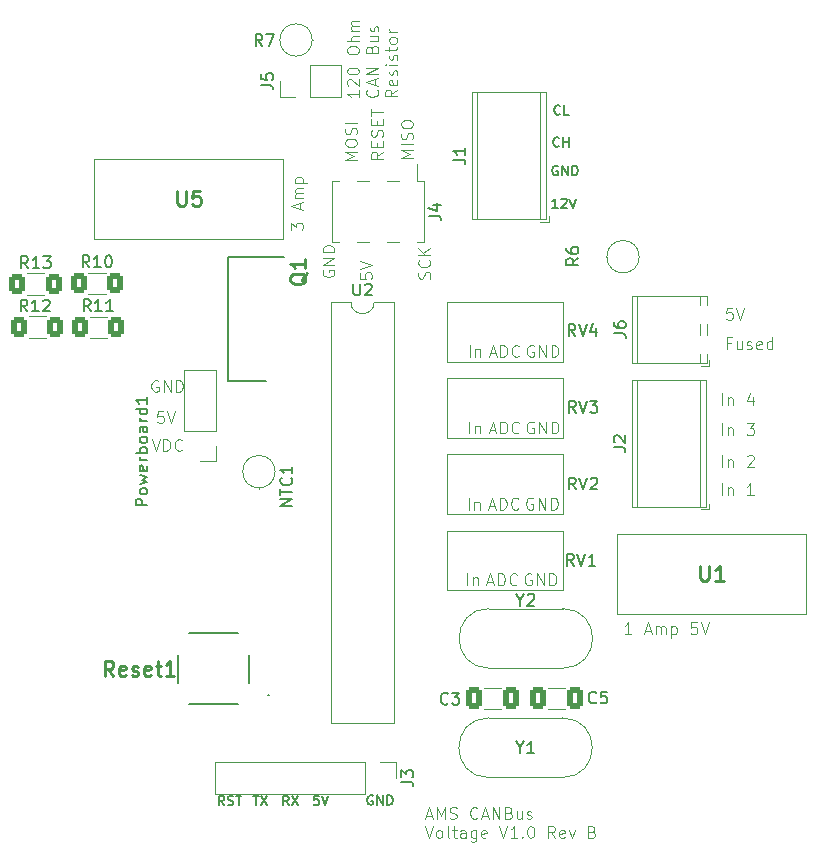
<source format=gbr>
%TF.GenerationSoftware,KiCad,Pcbnew,8.0.1-rc1*%
%TF.CreationDate,2024-06-08T14:56:59-07:00*%
%TF.ProjectId,AMS - CANBus Sensor - Pressure,414d5320-2d20-4434-914e-427573205365,rev?*%
%TF.SameCoordinates,Original*%
%TF.FileFunction,Legend,Top*%
%TF.FilePolarity,Positive*%
%FSLAX46Y46*%
G04 Gerber Fmt 4.6, Leading zero omitted, Abs format (unit mm)*
G04 Created by KiCad (PCBNEW 8.0.1-rc1) date 2024-06-08 14:56:59*
%MOMM*%
%LPD*%
G01*
G04 APERTURE LIST*
G04 Aperture macros list*
%AMRoundRect*
0 Rectangle with rounded corners*
0 $1 Rounding radius*
0 $2 $3 $4 $5 $6 $7 $8 $9 X,Y pos of 4 corners*
0 Add a 4 corners polygon primitive as box body*
4,1,4,$2,$3,$4,$5,$6,$7,$8,$9,$2,$3,0*
0 Add four circle primitives for the rounded corners*
1,1,$1+$1,$2,$3*
1,1,$1+$1,$4,$5*
1,1,$1+$1,$6,$7*
1,1,$1+$1,$8,$9*
0 Add four rect primitives between the rounded corners*
20,1,$1+$1,$2,$3,$4,$5,0*
20,1,$1+$1,$4,$5,$6,$7,0*
20,1,$1+$1,$6,$7,$8,$9,0*
20,1,$1+$1,$8,$9,$2,$3,0*%
G04 Aperture macros list end*
%ADD10C,0.100000*%
%ADD11C,0.150000*%
%ADD12C,0.254000*%
%ADD13C,0.120000*%
%ADD14C,0.200000*%
%ADD15RoundRect,0.250000X-0.400000X-0.625000X0.400000X-0.625000X0.400000X0.625000X-0.400000X0.625000X0*%
%ADD16RoundRect,0.250000X-0.412500X-0.650000X0.412500X-0.650000X0.412500X0.650000X-0.412500X0.650000X0*%
%ADD17C,1.440000*%
%ADD18C,1.100000*%
%ADD19R,2.200000X2.200000*%
%ADD20C,2.200000*%
%ADD21C,1.600000*%
%ADD22O,1.600000X1.600000*%
%ADD23RoundRect,0.250000X0.400000X0.625000X-0.400000X0.625000X-0.400000X-0.625000X0.400000X-0.625000X0*%
%ADD24R,1.700000X1.700000*%
%ADD25O,1.700000X1.700000*%
%ADD26C,2.400000*%
%ADD27R,1.000000X3.150000*%
%ADD28R,1.600000X1.600000*%
%ADD29R,1.920000X1.920000*%
%ADD30C,1.920000*%
%ADD31C,1.500000*%
%ADD32R,1.500000X1.500000*%
%ADD33RoundRect,0.250000X0.412500X0.650000X-0.412500X0.650000X-0.412500X-0.650000X0.412500X-0.650000X0*%
G04 APERTURE END LIST*
D10*
X141410522Y-77749485D02*
X141362903Y-77844723D01*
X141362903Y-77844723D02*
X141362903Y-77987580D01*
X141362903Y-77987580D02*
X141410522Y-78130437D01*
X141410522Y-78130437D02*
X141505760Y-78225675D01*
X141505760Y-78225675D02*
X141600998Y-78273294D01*
X141600998Y-78273294D02*
X141791474Y-78320913D01*
X141791474Y-78320913D02*
X141934331Y-78320913D01*
X141934331Y-78320913D02*
X142124807Y-78273294D01*
X142124807Y-78273294D02*
X142220045Y-78225675D01*
X142220045Y-78225675D02*
X142315284Y-78130437D01*
X142315284Y-78130437D02*
X142362903Y-77987580D01*
X142362903Y-77987580D02*
X142362903Y-77892342D01*
X142362903Y-77892342D02*
X142315284Y-77749485D01*
X142315284Y-77749485D02*
X142267664Y-77701866D01*
X142267664Y-77701866D02*
X141934331Y-77701866D01*
X141934331Y-77701866D02*
X141934331Y-77892342D01*
X142362903Y-77273294D02*
X141362903Y-77273294D01*
X141362903Y-77273294D02*
X142362903Y-76701866D01*
X142362903Y-76701866D02*
X141362903Y-76701866D01*
X142362903Y-76225675D02*
X141362903Y-76225675D01*
X141362903Y-76225675D02*
X141362903Y-75987580D01*
X141362903Y-75987580D02*
X141410522Y-75844723D01*
X141410522Y-75844723D02*
X141505760Y-75749485D01*
X141505760Y-75749485D02*
X141600998Y-75701866D01*
X141600998Y-75701866D02*
X141791474Y-75654247D01*
X141791474Y-75654247D02*
X141934331Y-75654247D01*
X141934331Y-75654247D02*
X142124807Y-75701866D01*
X142124807Y-75701866D02*
X142220045Y-75749485D01*
X142220045Y-75749485D02*
X142315284Y-75844723D01*
X142315284Y-75844723D02*
X142362903Y-75987580D01*
X142362903Y-75987580D02*
X142362903Y-76225675D01*
X144448247Y-62516753D02*
X144448247Y-63088181D01*
X144448247Y-62802467D02*
X143448247Y-62802467D01*
X143448247Y-62802467D02*
X143591104Y-62897705D01*
X143591104Y-62897705D02*
X143686342Y-62992943D01*
X143686342Y-62992943D02*
X143733961Y-63088181D01*
X143543485Y-62135800D02*
X143495866Y-62088181D01*
X143495866Y-62088181D02*
X143448247Y-61992943D01*
X143448247Y-61992943D02*
X143448247Y-61754848D01*
X143448247Y-61754848D02*
X143495866Y-61659610D01*
X143495866Y-61659610D02*
X143543485Y-61611991D01*
X143543485Y-61611991D02*
X143638723Y-61564372D01*
X143638723Y-61564372D02*
X143733961Y-61564372D01*
X143733961Y-61564372D02*
X143876818Y-61611991D01*
X143876818Y-61611991D02*
X144448247Y-62183419D01*
X144448247Y-62183419D02*
X144448247Y-61564372D01*
X143448247Y-60945324D02*
X143448247Y-60850086D01*
X143448247Y-60850086D02*
X143495866Y-60754848D01*
X143495866Y-60754848D02*
X143543485Y-60707229D01*
X143543485Y-60707229D02*
X143638723Y-60659610D01*
X143638723Y-60659610D02*
X143829199Y-60611991D01*
X143829199Y-60611991D02*
X144067294Y-60611991D01*
X144067294Y-60611991D02*
X144257770Y-60659610D01*
X144257770Y-60659610D02*
X144353008Y-60707229D01*
X144353008Y-60707229D02*
X144400628Y-60754848D01*
X144400628Y-60754848D02*
X144448247Y-60850086D01*
X144448247Y-60850086D02*
X144448247Y-60945324D01*
X144448247Y-60945324D02*
X144400628Y-61040562D01*
X144400628Y-61040562D02*
X144353008Y-61088181D01*
X144353008Y-61088181D02*
X144257770Y-61135800D01*
X144257770Y-61135800D02*
X144067294Y-61183419D01*
X144067294Y-61183419D02*
X143829199Y-61183419D01*
X143829199Y-61183419D02*
X143638723Y-61135800D01*
X143638723Y-61135800D02*
X143543485Y-61088181D01*
X143543485Y-61088181D02*
X143495866Y-61040562D01*
X143495866Y-61040562D02*
X143448247Y-60945324D01*
X143448247Y-59231038D02*
X143448247Y-59040562D01*
X143448247Y-59040562D02*
X143495866Y-58945324D01*
X143495866Y-58945324D02*
X143591104Y-58850086D01*
X143591104Y-58850086D02*
X143781580Y-58802467D01*
X143781580Y-58802467D02*
X144114913Y-58802467D01*
X144114913Y-58802467D02*
X144305389Y-58850086D01*
X144305389Y-58850086D02*
X144400628Y-58945324D01*
X144400628Y-58945324D02*
X144448247Y-59040562D01*
X144448247Y-59040562D02*
X144448247Y-59231038D01*
X144448247Y-59231038D02*
X144400628Y-59326276D01*
X144400628Y-59326276D02*
X144305389Y-59421514D01*
X144305389Y-59421514D02*
X144114913Y-59469133D01*
X144114913Y-59469133D02*
X143781580Y-59469133D01*
X143781580Y-59469133D02*
X143591104Y-59421514D01*
X143591104Y-59421514D02*
X143495866Y-59326276D01*
X143495866Y-59326276D02*
X143448247Y-59231038D01*
X144448247Y-58373895D02*
X143448247Y-58373895D01*
X144448247Y-57945324D02*
X143924437Y-57945324D01*
X143924437Y-57945324D02*
X143829199Y-57992943D01*
X143829199Y-57992943D02*
X143781580Y-58088181D01*
X143781580Y-58088181D02*
X143781580Y-58231038D01*
X143781580Y-58231038D02*
X143829199Y-58326276D01*
X143829199Y-58326276D02*
X143876818Y-58373895D01*
X144448247Y-57469133D02*
X143781580Y-57469133D01*
X143876818Y-57469133D02*
X143829199Y-57421514D01*
X143829199Y-57421514D02*
X143781580Y-57326276D01*
X143781580Y-57326276D02*
X143781580Y-57183419D01*
X143781580Y-57183419D02*
X143829199Y-57088181D01*
X143829199Y-57088181D02*
X143924437Y-57040562D01*
X143924437Y-57040562D02*
X144448247Y-57040562D01*
X143924437Y-57040562D02*
X143829199Y-56992943D01*
X143829199Y-56992943D02*
X143781580Y-56897705D01*
X143781580Y-56897705D02*
X143781580Y-56754848D01*
X143781580Y-56754848D02*
X143829199Y-56659609D01*
X143829199Y-56659609D02*
X143924437Y-56611990D01*
X143924437Y-56611990D02*
X144448247Y-56611990D01*
X145962952Y-62469134D02*
X146010572Y-62516753D01*
X146010572Y-62516753D02*
X146058191Y-62659610D01*
X146058191Y-62659610D02*
X146058191Y-62754848D01*
X146058191Y-62754848D02*
X146010572Y-62897705D01*
X146010572Y-62897705D02*
X145915333Y-62992943D01*
X145915333Y-62992943D02*
X145820095Y-63040562D01*
X145820095Y-63040562D02*
X145629619Y-63088181D01*
X145629619Y-63088181D02*
X145486762Y-63088181D01*
X145486762Y-63088181D02*
X145296286Y-63040562D01*
X145296286Y-63040562D02*
X145201048Y-62992943D01*
X145201048Y-62992943D02*
X145105810Y-62897705D01*
X145105810Y-62897705D02*
X145058191Y-62754848D01*
X145058191Y-62754848D02*
X145058191Y-62659610D01*
X145058191Y-62659610D02*
X145105810Y-62516753D01*
X145105810Y-62516753D02*
X145153429Y-62469134D01*
X145772476Y-62088181D02*
X145772476Y-61611991D01*
X146058191Y-62183419D02*
X145058191Y-61850086D01*
X145058191Y-61850086D02*
X146058191Y-61516753D01*
X146058191Y-61183419D02*
X145058191Y-61183419D01*
X145058191Y-61183419D02*
X146058191Y-60611991D01*
X146058191Y-60611991D02*
X145058191Y-60611991D01*
X145534381Y-59040562D02*
X145582000Y-58897705D01*
X145582000Y-58897705D02*
X145629619Y-58850086D01*
X145629619Y-58850086D02*
X145724857Y-58802467D01*
X145724857Y-58802467D02*
X145867714Y-58802467D01*
X145867714Y-58802467D02*
X145962952Y-58850086D01*
X145962952Y-58850086D02*
X146010572Y-58897705D01*
X146010572Y-58897705D02*
X146058191Y-58992943D01*
X146058191Y-58992943D02*
X146058191Y-59373895D01*
X146058191Y-59373895D02*
X145058191Y-59373895D01*
X145058191Y-59373895D02*
X145058191Y-59040562D01*
X145058191Y-59040562D02*
X145105810Y-58945324D01*
X145105810Y-58945324D02*
X145153429Y-58897705D01*
X145153429Y-58897705D02*
X145248667Y-58850086D01*
X145248667Y-58850086D02*
X145343905Y-58850086D01*
X145343905Y-58850086D02*
X145439143Y-58897705D01*
X145439143Y-58897705D02*
X145486762Y-58945324D01*
X145486762Y-58945324D02*
X145534381Y-59040562D01*
X145534381Y-59040562D02*
X145534381Y-59373895D01*
X145391524Y-57945324D02*
X146058191Y-57945324D01*
X145391524Y-58373895D02*
X145915333Y-58373895D01*
X145915333Y-58373895D02*
X146010572Y-58326276D01*
X146010572Y-58326276D02*
X146058191Y-58231038D01*
X146058191Y-58231038D02*
X146058191Y-58088181D01*
X146058191Y-58088181D02*
X146010572Y-57992943D01*
X146010572Y-57992943D02*
X145962952Y-57945324D01*
X146010572Y-57516752D02*
X146058191Y-57421514D01*
X146058191Y-57421514D02*
X146058191Y-57231038D01*
X146058191Y-57231038D02*
X146010572Y-57135800D01*
X146010572Y-57135800D02*
X145915333Y-57088181D01*
X145915333Y-57088181D02*
X145867714Y-57088181D01*
X145867714Y-57088181D02*
X145772476Y-57135800D01*
X145772476Y-57135800D02*
X145724857Y-57231038D01*
X145724857Y-57231038D02*
X145724857Y-57373895D01*
X145724857Y-57373895D02*
X145677238Y-57469133D01*
X145677238Y-57469133D02*
X145582000Y-57516752D01*
X145582000Y-57516752D02*
X145534381Y-57516752D01*
X145534381Y-57516752D02*
X145439143Y-57469133D01*
X145439143Y-57469133D02*
X145391524Y-57373895D01*
X145391524Y-57373895D02*
X145391524Y-57231038D01*
X145391524Y-57231038D02*
X145439143Y-57135800D01*
X147668135Y-62469134D02*
X147191944Y-62802467D01*
X147668135Y-63040562D02*
X146668135Y-63040562D01*
X146668135Y-63040562D02*
X146668135Y-62659610D01*
X146668135Y-62659610D02*
X146715754Y-62564372D01*
X146715754Y-62564372D02*
X146763373Y-62516753D01*
X146763373Y-62516753D02*
X146858611Y-62469134D01*
X146858611Y-62469134D02*
X147001468Y-62469134D01*
X147001468Y-62469134D02*
X147096706Y-62516753D01*
X147096706Y-62516753D02*
X147144325Y-62564372D01*
X147144325Y-62564372D02*
X147191944Y-62659610D01*
X147191944Y-62659610D02*
X147191944Y-63040562D01*
X147620516Y-61659610D02*
X147668135Y-61754848D01*
X147668135Y-61754848D02*
X147668135Y-61945324D01*
X147668135Y-61945324D02*
X147620516Y-62040562D01*
X147620516Y-62040562D02*
X147525277Y-62088181D01*
X147525277Y-62088181D02*
X147144325Y-62088181D01*
X147144325Y-62088181D02*
X147049087Y-62040562D01*
X147049087Y-62040562D02*
X147001468Y-61945324D01*
X147001468Y-61945324D02*
X147001468Y-61754848D01*
X147001468Y-61754848D02*
X147049087Y-61659610D01*
X147049087Y-61659610D02*
X147144325Y-61611991D01*
X147144325Y-61611991D02*
X147239563Y-61611991D01*
X147239563Y-61611991D02*
X147334801Y-62088181D01*
X147620516Y-61231038D02*
X147668135Y-61135800D01*
X147668135Y-61135800D02*
X147668135Y-60945324D01*
X147668135Y-60945324D02*
X147620516Y-60850086D01*
X147620516Y-60850086D02*
X147525277Y-60802467D01*
X147525277Y-60802467D02*
X147477658Y-60802467D01*
X147477658Y-60802467D02*
X147382420Y-60850086D01*
X147382420Y-60850086D02*
X147334801Y-60945324D01*
X147334801Y-60945324D02*
X147334801Y-61088181D01*
X147334801Y-61088181D02*
X147287182Y-61183419D01*
X147287182Y-61183419D02*
X147191944Y-61231038D01*
X147191944Y-61231038D02*
X147144325Y-61231038D01*
X147144325Y-61231038D02*
X147049087Y-61183419D01*
X147049087Y-61183419D02*
X147001468Y-61088181D01*
X147001468Y-61088181D02*
X147001468Y-60945324D01*
X147001468Y-60945324D02*
X147049087Y-60850086D01*
X147668135Y-60373895D02*
X147001468Y-60373895D01*
X146668135Y-60373895D02*
X146715754Y-60421514D01*
X146715754Y-60421514D02*
X146763373Y-60373895D01*
X146763373Y-60373895D02*
X146715754Y-60326276D01*
X146715754Y-60326276D02*
X146668135Y-60373895D01*
X146668135Y-60373895D02*
X146763373Y-60373895D01*
X147620516Y-59945324D02*
X147668135Y-59850086D01*
X147668135Y-59850086D02*
X147668135Y-59659610D01*
X147668135Y-59659610D02*
X147620516Y-59564372D01*
X147620516Y-59564372D02*
X147525277Y-59516753D01*
X147525277Y-59516753D02*
X147477658Y-59516753D01*
X147477658Y-59516753D02*
X147382420Y-59564372D01*
X147382420Y-59564372D02*
X147334801Y-59659610D01*
X147334801Y-59659610D02*
X147334801Y-59802467D01*
X147334801Y-59802467D02*
X147287182Y-59897705D01*
X147287182Y-59897705D02*
X147191944Y-59945324D01*
X147191944Y-59945324D02*
X147144325Y-59945324D01*
X147144325Y-59945324D02*
X147049087Y-59897705D01*
X147049087Y-59897705D02*
X147001468Y-59802467D01*
X147001468Y-59802467D02*
X147001468Y-59659610D01*
X147001468Y-59659610D02*
X147049087Y-59564372D01*
X147001468Y-59231038D02*
X147001468Y-58850086D01*
X146668135Y-59088181D02*
X147525277Y-59088181D01*
X147525277Y-59088181D02*
X147620516Y-59040562D01*
X147620516Y-59040562D02*
X147668135Y-58945324D01*
X147668135Y-58945324D02*
X147668135Y-58850086D01*
X147668135Y-58373895D02*
X147620516Y-58469133D01*
X147620516Y-58469133D02*
X147572896Y-58516752D01*
X147572896Y-58516752D02*
X147477658Y-58564371D01*
X147477658Y-58564371D02*
X147191944Y-58564371D01*
X147191944Y-58564371D02*
X147096706Y-58516752D01*
X147096706Y-58516752D02*
X147049087Y-58469133D01*
X147049087Y-58469133D02*
X147001468Y-58373895D01*
X147001468Y-58373895D02*
X147001468Y-58231038D01*
X147001468Y-58231038D02*
X147049087Y-58135800D01*
X147049087Y-58135800D02*
X147096706Y-58088181D01*
X147096706Y-58088181D02*
X147191944Y-58040562D01*
X147191944Y-58040562D02*
X147477658Y-58040562D01*
X147477658Y-58040562D02*
X147572896Y-58088181D01*
X147572896Y-58088181D02*
X147620516Y-58135800D01*
X147620516Y-58135800D02*
X147668135Y-58231038D01*
X147668135Y-58231038D02*
X147668135Y-58373895D01*
X147668135Y-57611990D02*
X147001468Y-57611990D01*
X147191944Y-57611990D02*
X147096706Y-57564371D01*
X147096706Y-57564371D02*
X147049087Y-57516752D01*
X147049087Y-57516752D02*
X147001468Y-57421514D01*
X147001468Y-57421514D02*
X147001468Y-57326276D01*
X175904511Y-83908316D02*
X175571178Y-83908316D01*
X175571178Y-84432126D02*
X175571178Y-83432126D01*
X175571178Y-83432126D02*
X176047368Y-83432126D01*
X176856892Y-83765459D02*
X176856892Y-84432126D01*
X176428321Y-83765459D02*
X176428321Y-84289268D01*
X176428321Y-84289268D02*
X176475940Y-84384507D01*
X176475940Y-84384507D02*
X176571178Y-84432126D01*
X176571178Y-84432126D02*
X176714035Y-84432126D01*
X176714035Y-84432126D02*
X176809273Y-84384507D01*
X176809273Y-84384507D02*
X176856892Y-84336887D01*
X177285464Y-84384507D02*
X177380702Y-84432126D01*
X177380702Y-84432126D02*
X177571178Y-84432126D01*
X177571178Y-84432126D02*
X177666416Y-84384507D01*
X177666416Y-84384507D02*
X177714035Y-84289268D01*
X177714035Y-84289268D02*
X177714035Y-84241649D01*
X177714035Y-84241649D02*
X177666416Y-84146411D01*
X177666416Y-84146411D02*
X177571178Y-84098792D01*
X177571178Y-84098792D02*
X177428321Y-84098792D01*
X177428321Y-84098792D02*
X177333083Y-84051173D01*
X177333083Y-84051173D02*
X177285464Y-83955935D01*
X177285464Y-83955935D02*
X177285464Y-83908316D01*
X177285464Y-83908316D02*
X177333083Y-83813078D01*
X177333083Y-83813078D02*
X177428321Y-83765459D01*
X177428321Y-83765459D02*
X177571178Y-83765459D01*
X177571178Y-83765459D02*
X177666416Y-83813078D01*
X178523559Y-84384507D02*
X178428321Y-84432126D01*
X178428321Y-84432126D02*
X178237845Y-84432126D01*
X178237845Y-84432126D02*
X178142607Y-84384507D01*
X178142607Y-84384507D02*
X178094988Y-84289268D01*
X178094988Y-84289268D02*
X178094988Y-83908316D01*
X178094988Y-83908316D02*
X178142607Y-83813078D01*
X178142607Y-83813078D02*
X178237845Y-83765459D01*
X178237845Y-83765459D02*
X178428321Y-83765459D01*
X178428321Y-83765459D02*
X178523559Y-83813078D01*
X178523559Y-83813078D02*
X178571178Y-83908316D01*
X178571178Y-83908316D02*
X178571178Y-84003554D01*
X178571178Y-84003554D02*
X178094988Y-84098792D01*
X179428321Y-84432126D02*
X179428321Y-83432126D01*
X179428321Y-84384507D02*
X179333083Y-84432126D01*
X179333083Y-84432126D02*
X179142607Y-84432126D01*
X179142607Y-84432126D02*
X179047369Y-84384507D01*
X179047369Y-84384507D02*
X178999750Y-84336887D01*
X178999750Y-84336887D02*
X178952131Y-84241649D01*
X178952131Y-84241649D02*
X178952131Y-83955935D01*
X178952131Y-83955935D02*
X178999750Y-83860697D01*
X178999750Y-83860697D02*
X179047369Y-83813078D01*
X179047369Y-83813078D02*
X179142607Y-83765459D01*
X179142607Y-83765459D02*
X179333083Y-83765459D01*
X179333083Y-83765459D02*
X179428321Y-83813078D01*
X175205608Y-94412511D02*
X175205608Y-93412511D01*
X175681798Y-93745844D02*
X175681798Y-94412511D01*
X175681798Y-93841082D02*
X175729417Y-93793463D01*
X175729417Y-93793463D02*
X175824655Y-93745844D01*
X175824655Y-93745844D02*
X175967512Y-93745844D01*
X175967512Y-93745844D02*
X176062750Y-93793463D01*
X176062750Y-93793463D02*
X176110369Y-93888701D01*
X176110369Y-93888701D02*
X176110369Y-94412511D01*
X177300846Y-93507749D02*
X177348465Y-93460130D01*
X177348465Y-93460130D02*
X177443703Y-93412511D01*
X177443703Y-93412511D02*
X177681798Y-93412511D01*
X177681798Y-93412511D02*
X177777036Y-93460130D01*
X177777036Y-93460130D02*
X177824655Y-93507749D01*
X177824655Y-93507749D02*
X177872274Y-93602987D01*
X177872274Y-93602987D02*
X177872274Y-93698225D01*
X177872274Y-93698225D02*
X177824655Y-93841082D01*
X177824655Y-93841082D02*
X177253227Y-94412511D01*
X177253227Y-94412511D02*
X177872274Y-94412511D01*
X159229048Y-84131537D02*
X159133810Y-84083918D01*
X159133810Y-84083918D02*
X158990953Y-84083918D01*
X158990953Y-84083918D02*
X158848096Y-84131537D01*
X158848096Y-84131537D02*
X158752858Y-84226775D01*
X158752858Y-84226775D02*
X158705239Y-84322013D01*
X158705239Y-84322013D02*
X158657620Y-84512489D01*
X158657620Y-84512489D02*
X158657620Y-84655346D01*
X158657620Y-84655346D02*
X158705239Y-84845822D01*
X158705239Y-84845822D02*
X158752858Y-84941060D01*
X158752858Y-84941060D02*
X158848096Y-85036299D01*
X158848096Y-85036299D02*
X158990953Y-85083918D01*
X158990953Y-85083918D02*
X159086191Y-85083918D01*
X159086191Y-85083918D02*
X159229048Y-85036299D01*
X159229048Y-85036299D02*
X159276667Y-84988679D01*
X159276667Y-84988679D02*
X159276667Y-84655346D01*
X159276667Y-84655346D02*
X159086191Y-84655346D01*
X159705239Y-85083918D02*
X159705239Y-84083918D01*
X159705239Y-84083918D02*
X160276667Y-85083918D01*
X160276667Y-85083918D02*
X160276667Y-84083918D01*
X160752858Y-85083918D02*
X160752858Y-84083918D01*
X160752858Y-84083918D02*
X160990953Y-84083918D01*
X160990953Y-84083918D02*
X161133810Y-84131537D01*
X161133810Y-84131537D02*
X161229048Y-84226775D01*
X161229048Y-84226775D02*
X161276667Y-84322013D01*
X161276667Y-84322013D02*
X161324286Y-84512489D01*
X161324286Y-84512489D02*
X161324286Y-84655346D01*
X161324286Y-84655346D02*
X161276667Y-84845822D01*
X161276667Y-84845822D02*
X161229048Y-84941060D01*
X161229048Y-84941060D02*
X161133810Y-85036299D01*
X161133810Y-85036299D02*
X160990953Y-85083918D01*
X160990953Y-85083918D02*
X160752858Y-85083918D01*
X175205608Y-96803005D02*
X175205608Y-95803005D01*
X175681798Y-96136338D02*
X175681798Y-96803005D01*
X175681798Y-96231576D02*
X175729417Y-96183957D01*
X175729417Y-96183957D02*
X175824655Y-96136338D01*
X175824655Y-96136338D02*
X175967512Y-96136338D01*
X175967512Y-96136338D02*
X176062750Y-96183957D01*
X176062750Y-96183957D02*
X176110369Y-96279195D01*
X176110369Y-96279195D02*
X176110369Y-96803005D01*
X177872274Y-96803005D02*
X177300846Y-96803005D01*
X177586560Y-96803005D02*
X177586560Y-95803005D01*
X177586560Y-95803005D02*
X177491322Y-95945862D01*
X177491322Y-95945862D02*
X177396084Y-96041100D01*
X177396084Y-96041100D02*
X177300846Y-96088719D01*
X159222993Y-90619066D02*
X159127755Y-90571447D01*
X159127755Y-90571447D02*
X158984898Y-90571447D01*
X158984898Y-90571447D02*
X158842041Y-90619066D01*
X158842041Y-90619066D02*
X158746803Y-90714304D01*
X158746803Y-90714304D02*
X158699184Y-90809542D01*
X158699184Y-90809542D02*
X158651565Y-91000018D01*
X158651565Y-91000018D02*
X158651565Y-91142875D01*
X158651565Y-91142875D02*
X158699184Y-91333351D01*
X158699184Y-91333351D02*
X158746803Y-91428589D01*
X158746803Y-91428589D02*
X158842041Y-91523828D01*
X158842041Y-91523828D02*
X158984898Y-91571447D01*
X158984898Y-91571447D02*
X159080136Y-91571447D01*
X159080136Y-91571447D02*
X159222993Y-91523828D01*
X159222993Y-91523828D02*
X159270612Y-91476208D01*
X159270612Y-91476208D02*
X159270612Y-91142875D01*
X159270612Y-91142875D02*
X159080136Y-91142875D01*
X159699184Y-91571447D02*
X159699184Y-90571447D01*
X159699184Y-90571447D02*
X160270612Y-91571447D01*
X160270612Y-91571447D02*
X160270612Y-90571447D01*
X160746803Y-91571447D02*
X160746803Y-90571447D01*
X160746803Y-90571447D02*
X160984898Y-90571447D01*
X160984898Y-90571447D02*
X161127755Y-90619066D01*
X161127755Y-90619066D02*
X161222993Y-90714304D01*
X161222993Y-90714304D02*
X161270612Y-90809542D01*
X161270612Y-90809542D02*
X161318231Y-91000018D01*
X161318231Y-91000018D02*
X161318231Y-91142875D01*
X161318231Y-91142875D02*
X161270612Y-91333351D01*
X161270612Y-91333351D02*
X161222993Y-91428589D01*
X161222993Y-91428589D02*
X161127755Y-91523828D01*
X161127755Y-91523828D02*
X160984898Y-91571447D01*
X160984898Y-91571447D02*
X160746803Y-91571447D01*
D11*
X161385190Y-67226163D02*
X161347094Y-67264259D01*
X161347094Y-67264259D02*
X161232809Y-67302354D01*
X161232809Y-67302354D02*
X161156618Y-67302354D01*
X161156618Y-67302354D02*
X161042332Y-67264259D01*
X161042332Y-67264259D02*
X160966142Y-67188068D01*
X160966142Y-67188068D02*
X160928047Y-67111878D01*
X160928047Y-67111878D02*
X160889951Y-66959497D01*
X160889951Y-66959497D02*
X160889951Y-66845211D01*
X160889951Y-66845211D02*
X160928047Y-66692830D01*
X160928047Y-66692830D02*
X160966142Y-66616639D01*
X160966142Y-66616639D02*
X161042332Y-66540449D01*
X161042332Y-66540449D02*
X161156618Y-66502354D01*
X161156618Y-66502354D02*
X161232809Y-66502354D01*
X161232809Y-66502354D02*
X161347094Y-66540449D01*
X161347094Y-66540449D02*
X161385190Y-66578544D01*
X161728047Y-67302354D02*
X161728047Y-66502354D01*
X161728047Y-66883306D02*
X162185190Y-66883306D01*
X162185190Y-67302354D02*
X162185190Y-66502354D01*
D10*
X175205608Y-91713566D02*
X175205608Y-90713566D01*
X175681798Y-91046899D02*
X175681798Y-91713566D01*
X175681798Y-91142137D02*
X175729417Y-91094518D01*
X175729417Y-91094518D02*
X175824655Y-91046899D01*
X175824655Y-91046899D02*
X175967512Y-91046899D01*
X175967512Y-91046899D02*
X176062750Y-91094518D01*
X176062750Y-91094518D02*
X176110369Y-91189756D01*
X176110369Y-91189756D02*
X176110369Y-91713566D01*
X177253227Y-90713566D02*
X177872274Y-90713566D01*
X177872274Y-90713566D02*
X177538941Y-91094518D01*
X177538941Y-91094518D02*
X177681798Y-91094518D01*
X177681798Y-91094518D02*
X177777036Y-91142137D01*
X177777036Y-91142137D02*
X177824655Y-91189756D01*
X177824655Y-91189756D02*
X177872274Y-91284994D01*
X177872274Y-91284994D02*
X177872274Y-91523089D01*
X177872274Y-91523089D02*
X177824655Y-91618327D01*
X177824655Y-91618327D02*
X177777036Y-91665947D01*
X177777036Y-91665947D02*
X177681798Y-91713566D01*
X177681798Y-91713566D02*
X177396084Y-91713566D01*
X177396084Y-91713566D02*
X177300846Y-91665947D01*
X177300846Y-91665947D02*
X177253227Y-91618327D01*
D11*
X161464931Y-64514958D02*
X161426835Y-64553054D01*
X161426835Y-64553054D02*
X161312550Y-64591149D01*
X161312550Y-64591149D02*
X161236359Y-64591149D01*
X161236359Y-64591149D02*
X161122073Y-64553054D01*
X161122073Y-64553054D02*
X161045883Y-64476863D01*
X161045883Y-64476863D02*
X161007788Y-64400673D01*
X161007788Y-64400673D02*
X160969692Y-64248292D01*
X160969692Y-64248292D02*
X160969692Y-64134006D01*
X160969692Y-64134006D02*
X161007788Y-63981625D01*
X161007788Y-63981625D02*
X161045883Y-63905434D01*
X161045883Y-63905434D02*
X161122073Y-63829244D01*
X161122073Y-63829244D02*
X161236359Y-63791149D01*
X161236359Y-63791149D02*
X161312550Y-63791149D01*
X161312550Y-63791149D02*
X161426835Y-63829244D01*
X161426835Y-63829244D02*
X161464931Y-63867339D01*
X162188740Y-64591149D02*
X161807788Y-64591149D01*
X161807788Y-64591149D02*
X161807788Y-63791149D01*
D10*
X155456213Y-97730903D02*
X155932403Y-97730903D01*
X155360975Y-98016618D02*
X155694308Y-97016618D01*
X155694308Y-97016618D02*
X156027641Y-98016618D01*
X156360975Y-98016618D02*
X156360975Y-97016618D01*
X156360975Y-97016618D02*
X156599070Y-97016618D01*
X156599070Y-97016618D02*
X156741927Y-97064237D01*
X156741927Y-97064237D02*
X156837165Y-97159475D01*
X156837165Y-97159475D02*
X156884784Y-97254713D01*
X156884784Y-97254713D02*
X156932403Y-97445189D01*
X156932403Y-97445189D02*
X156932403Y-97588046D01*
X156932403Y-97588046D02*
X156884784Y-97778522D01*
X156884784Y-97778522D02*
X156837165Y-97873760D01*
X156837165Y-97873760D02*
X156741927Y-97968999D01*
X156741927Y-97968999D02*
X156599070Y-98016618D01*
X156599070Y-98016618D02*
X156360975Y-98016618D01*
X157932403Y-97921379D02*
X157884784Y-97968999D01*
X157884784Y-97968999D02*
X157741927Y-98016618D01*
X157741927Y-98016618D02*
X157646689Y-98016618D01*
X157646689Y-98016618D02*
X157503832Y-97968999D01*
X157503832Y-97968999D02*
X157408594Y-97873760D01*
X157408594Y-97873760D02*
X157360975Y-97778522D01*
X157360975Y-97778522D02*
X157313356Y-97588046D01*
X157313356Y-97588046D02*
X157313356Y-97445189D01*
X157313356Y-97445189D02*
X157360975Y-97254713D01*
X157360975Y-97254713D02*
X157408594Y-97159475D01*
X157408594Y-97159475D02*
X157503832Y-97064237D01*
X157503832Y-97064237D02*
X157646689Y-97016618D01*
X157646689Y-97016618D02*
X157741927Y-97016618D01*
X157741927Y-97016618D02*
X157884784Y-97064237D01*
X157884784Y-97064237D02*
X157932403Y-97111856D01*
X150419868Y-78458080D02*
X150467487Y-78315223D01*
X150467487Y-78315223D02*
X150467487Y-78077128D01*
X150467487Y-78077128D02*
X150419868Y-77981890D01*
X150419868Y-77981890D02*
X150372248Y-77934271D01*
X150372248Y-77934271D02*
X150277010Y-77886652D01*
X150277010Y-77886652D02*
X150181772Y-77886652D01*
X150181772Y-77886652D02*
X150086534Y-77934271D01*
X150086534Y-77934271D02*
X150038915Y-77981890D01*
X150038915Y-77981890D02*
X149991296Y-78077128D01*
X149991296Y-78077128D02*
X149943677Y-78267604D01*
X149943677Y-78267604D02*
X149896058Y-78362842D01*
X149896058Y-78362842D02*
X149848439Y-78410461D01*
X149848439Y-78410461D02*
X149753201Y-78458080D01*
X149753201Y-78458080D02*
X149657963Y-78458080D01*
X149657963Y-78458080D02*
X149562725Y-78410461D01*
X149562725Y-78410461D02*
X149515106Y-78362842D01*
X149515106Y-78362842D02*
X149467487Y-78267604D01*
X149467487Y-78267604D02*
X149467487Y-78029509D01*
X149467487Y-78029509D02*
X149515106Y-77886652D01*
X150372248Y-76886652D02*
X150419868Y-76934271D01*
X150419868Y-76934271D02*
X150467487Y-77077128D01*
X150467487Y-77077128D02*
X150467487Y-77172366D01*
X150467487Y-77172366D02*
X150419868Y-77315223D01*
X150419868Y-77315223D02*
X150324629Y-77410461D01*
X150324629Y-77410461D02*
X150229391Y-77458080D01*
X150229391Y-77458080D02*
X150038915Y-77505699D01*
X150038915Y-77505699D02*
X149896058Y-77505699D01*
X149896058Y-77505699D02*
X149705582Y-77458080D01*
X149705582Y-77458080D02*
X149610344Y-77410461D01*
X149610344Y-77410461D02*
X149515106Y-77315223D01*
X149515106Y-77315223D02*
X149467487Y-77172366D01*
X149467487Y-77172366D02*
X149467487Y-77077128D01*
X149467487Y-77077128D02*
X149515106Y-76934271D01*
X149515106Y-76934271D02*
X149562725Y-76886652D01*
X150467487Y-76458080D02*
X149467487Y-76458080D01*
X150467487Y-75886652D02*
X149896058Y-76315223D01*
X149467487Y-75886652D02*
X150038915Y-76458080D01*
D11*
X145611056Y-122262439D02*
X145534866Y-122224344D01*
X145534866Y-122224344D02*
X145420580Y-122224344D01*
X145420580Y-122224344D02*
X145306294Y-122262439D01*
X145306294Y-122262439D02*
X145230104Y-122338629D01*
X145230104Y-122338629D02*
X145192009Y-122414820D01*
X145192009Y-122414820D02*
X145153913Y-122567201D01*
X145153913Y-122567201D02*
X145153913Y-122681487D01*
X145153913Y-122681487D02*
X145192009Y-122833868D01*
X145192009Y-122833868D02*
X145230104Y-122910058D01*
X145230104Y-122910058D02*
X145306294Y-122986249D01*
X145306294Y-122986249D02*
X145420580Y-123024344D01*
X145420580Y-123024344D02*
X145496771Y-123024344D01*
X145496771Y-123024344D02*
X145611056Y-122986249D01*
X145611056Y-122986249D02*
X145649152Y-122948153D01*
X145649152Y-122948153D02*
X145649152Y-122681487D01*
X145649152Y-122681487D02*
X145496771Y-122681487D01*
X145992009Y-123024344D02*
X145992009Y-122224344D01*
X145992009Y-122224344D02*
X146449152Y-123024344D01*
X146449152Y-123024344D02*
X146449152Y-122224344D01*
X146830104Y-123024344D02*
X146830104Y-122224344D01*
X146830104Y-122224344D02*
X147020580Y-122224344D01*
X147020580Y-122224344D02*
X147134866Y-122262439D01*
X147134866Y-122262439D02*
X147211056Y-122338629D01*
X147211056Y-122338629D02*
X147249151Y-122414820D01*
X147249151Y-122414820D02*
X147287247Y-122567201D01*
X147287247Y-122567201D02*
X147287247Y-122681487D01*
X147287247Y-122681487D02*
X147249151Y-122833868D01*
X147249151Y-122833868D02*
X147211056Y-122910058D01*
X147211056Y-122910058D02*
X147134866Y-122986249D01*
X147134866Y-122986249D02*
X147020580Y-123024344D01*
X147020580Y-123024344D02*
X146830104Y-123024344D01*
D10*
X155516734Y-84798203D02*
X155992924Y-84798203D01*
X155421496Y-85083918D02*
X155754829Y-84083918D01*
X155754829Y-84083918D02*
X156088162Y-85083918D01*
X156421496Y-85083918D02*
X156421496Y-84083918D01*
X156421496Y-84083918D02*
X156659591Y-84083918D01*
X156659591Y-84083918D02*
X156802448Y-84131537D01*
X156802448Y-84131537D02*
X156897686Y-84226775D01*
X156897686Y-84226775D02*
X156945305Y-84322013D01*
X156945305Y-84322013D02*
X156992924Y-84512489D01*
X156992924Y-84512489D02*
X156992924Y-84655346D01*
X156992924Y-84655346D02*
X156945305Y-84845822D01*
X156945305Y-84845822D02*
X156897686Y-84941060D01*
X156897686Y-84941060D02*
X156802448Y-85036299D01*
X156802448Y-85036299D02*
X156659591Y-85083918D01*
X156659591Y-85083918D02*
X156421496Y-85083918D01*
X157992924Y-84988679D02*
X157945305Y-85036299D01*
X157945305Y-85036299D02*
X157802448Y-85083918D01*
X157802448Y-85083918D02*
X157707210Y-85083918D01*
X157707210Y-85083918D02*
X157564353Y-85036299D01*
X157564353Y-85036299D02*
X157469115Y-84941060D01*
X157469115Y-84941060D02*
X157421496Y-84845822D01*
X157421496Y-84845822D02*
X157373877Y-84655346D01*
X157373877Y-84655346D02*
X157373877Y-84512489D01*
X157373877Y-84512489D02*
X157421496Y-84322013D01*
X157421496Y-84322013D02*
X157469115Y-84226775D01*
X157469115Y-84226775D02*
X157564353Y-84131537D01*
X157564353Y-84131537D02*
X157707210Y-84083918D01*
X157707210Y-84083918D02*
X157802448Y-84083918D01*
X157802448Y-84083918D02*
X157945305Y-84131537D01*
X157945305Y-84131537D02*
X157992924Y-84179156D01*
X153742757Y-98016618D02*
X153742757Y-97016618D01*
X154218947Y-97349951D02*
X154218947Y-98016618D01*
X154218947Y-97445189D02*
X154266566Y-97397570D01*
X154266566Y-97397570D02*
X154361804Y-97349951D01*
X154361804Y-97349951D02*
X154504661Y-97349951D01*
X154504661Y-97349951D02*
X154599899Y-97397570D01*
X154599899Y-97397570D02*
X154647518Y-97492808D01*
X154647518Y-97492808D02*
X154647518Y-98016618D01*
D11*
X133025328Y-123051094D02*
X132758661Y-122670141D01*
X132568185Y-123051094D02*
X132568185Y-122251094D01*
X132568185Y-122251094D02*
X132872947Y-122251094D01*
X132872947Y-122251094D02*
X132949137Y-122289189D01*
X132949137Y-122289189D02*
X132987232Y-122327284D01*
X132987232Y-122327284D02*
X133025328Y-122403475D01*
X133025328Y-122403475D02*
X133025328Y-122517760D01*
X133025328Y-122517760D02*
X132987232Y-122593951D01*
X132987232Y-122593951D02*
X132949137Y-122632046D01*
X132949137Y-122632046D02*
X132872947Y-122670141D01*
X132872947Y-122670141D02*
X132568185Y-122670141D01*
X133330089Y-123012999D02*
X133444375Y-123051094D01*
X133444375Y-123051094D02*
X133634851Y-123051094D01*
X133634851Y-123051094D02*
X133711042Y-123012999D01*
X133711042Y-123012999D02*
X133749137Y-122974903D01*
X133749137Y-122974903D02*
X133787232Y-122898713D01*
X133787232Y-122898713D02*
X133787232Y-122822522D01*
X133787232Y-122822522D02*
X133749137Y-122746332D01*
X133749137Y-122746332D02*
X133711042Y-122708237D01*
X133711042Y-122708237D02*
X133634851Y-122670141D01*
X133634851Y-122670141D02*
X133482470Y-122632046D01*
X133482470Y-122632046D02*
X133406280Y-122593951D01*
X133406280Y-122593951D02*
X133368185Y-122555856D01*
X133368185Y-122555856D02*
X133330089Y-122479665D01*
X133330089Y-122479665D02*
X133330089Y-122403475D01*
X133330089Y-122403475D02*
X133368185Y-122327284D01*
X133368185Y-122327284D02*
X133406280Y-122289189D01*
X133406280Y-122289189D02*
X133482470Y-122251094D01*
X133482470Y-122251094D02*
X133672947Y-122251094D01*
X133672947Y-122251094D02*
X133787232Y-122289189D01*
X134015804Y-122251094D02*
X134472947Y-122251094D01*
X134244375Y-123051094D02*
X134244375Y-122251094D01*
X141028495Y-122251094D02*
X140647543Y-122251094D01*
X140647543Y-122251094D02*
X140609447Y-122632046D01*
X140609447Y-122632046D02*
X140647543Y-122593951D01*
X140647543Y-122593951D02*
X140723733Y-122555856D01*
X140723733Y-122555856D02*
X140914209Y-122555856D01*
X140914209Y-122555856D02*
X140990400Y-122593951D01*
X140990400Y-122593951D02*
X141028495Y-122632046D01*
X141028495Y-122632046D02*
X141066590Y-122708237D01*
X141066590Y-122708237D02*
X141066590Y-122898713D01*
X141066590Y-122898713D02*
X141028495Y-122974903D01*
X141028495Y-122974903D02*
X140990400Y-123012999D01*
X140990400Y-123012999D02*
X140914209Y-123051094D01*
X140914209Y-123051094D02*
X140723733Y-123051094D01*
X140723733Y-123051094D02*
X140647543Y-123012999D01*
X140647543Y-123012999D02*
X140609447Y-122974903D01*
X141295162Y-122251094D02*
X141561829Y-123051094D01*
X141561829Y-123051094D02*
X141828495Y-122251094D01*
D10*
X176047368Y-80938815D02*
X175571178Y-80938815D01*
X175571178Y-80938815D02*
X175523559Y-81415005D01*
X175523559Y-81415005D02*
X175571178Y-81367386D01*
X175571178Y-81367386D02*
X175666416Y-81319767D01*
X175666416Y-81319767D02*
X175904511Y-81319767D01*
X175904511Y-81319767D02*
X175999749Y-81367386D01*
X175999749Y-81367386D02*
X176047368Y-81415005D01*
X176047368Y-81415005D02*
X176094987Y-81510243D01*
X176094987Y-81510243D02*
X176094987Y-81748338D01*
X176094987Y-81748338D02*
X176047368Y-81843576D01*
X176047368Y-81843576D02*
X175999749Y-81891196D01*
X175999749Y-81891196D02*
X175904511Y-81938815D01*
X175904511Y-81938815D02*
X175666416Y-81938815D01*
X175666416Y-81938815D02*
X175571178Y-81891196D01*
X175571178Y-81891196D02*
X175523559Y-81843576D01*
X176380702Y-80938815D02*
X176714035Y-81938815D01*
X176714035Y-81938815D02*
X177047368Y-80938815D01*
X144268809Y-68393689D02*
X143268809Y-68393689D01*
X143268809Y-68393689D02*
X143983094Y-68060356D01*
X143983094Y-68060356D02*
X143268809Y-67727023D01*
X143268809Y-67727023D02*
X144268809Y-67727023D01*
X143268809Y-67060356D02*
X143268809Y-66869880D01*
X143268809Y-66869880D02*
X143316428Y-66774642D01*
X143316428Y-66774642D02*
X143411666Y-66679404D01*
X143411666Y-66679404D02*
X143602142Y-66631785D01*
X143602142Y-66631785D02*
X143935475Y-66631785D01*
X143935475Y-66631785D02*
X144125951Y-66679404D01*
X144125951Y-66679404D02*
X144221190Y-66774642D01*
X144221190Y-66774642D02*
X144268809Y-66869880D01*
X144268809Y-66869880D02*
X144268809Y-67060356D01*
X144268809Y-67060356D02*
X144221190Y-67155594D01*
X144221190Y-67155594D02*
X144125951Y-67250832D01*
X144125951Y-67250832D02*
X143935475Y-67298451D01*
X143935475Y-67298451D02*
X143602142Y-67298451D01*
X143602142Y-67298451D02*
X143411666Y-67250832D01*
X143411666Y-67250832D02*
X143316428Y-67155594D01*
X143316428Y-67155594D02*
X143268809Y-67060356D01*
X144221190Y-66250832D02*
X144268809Y-66107975D01*
X144268809Y-66107975D02*
X144268809Y-65869880D01*
X144268809Y-65869880D02*
X144221190Y-65774642D01*
X144221190Y-65774642D02*
X144173570Y-65727023D01*
X144173570Y-65727023D02*
X144078332Y-65679404D01*
X144078332Y-65679404D02*
X143983094Y-65679404D01*
X143983094Y-65679404D02*
X143887856Y-65727023D01*
X143887856Y-65727023D02*
X143840237Y-65774642D01*
X143840237Y-65774642D02*
X143792618Y-65869880D01*
X143792618Y-65869880D02*
X143744999Y-66060356D01*
X143744999Y-66060356D02*
X143697380Y-66155594D01*
X143697380Y-66155594D02*
X143649761Y-66203213D01*
X143649761Y-66203213D02*
X143554523Y-66250832D01*
X143554523Y-66250832D02*
X143459285Y-66250832D01*
X143459285Y-66250832D02*
X143364047Y-66203213D01*
X143364047Y-66203213D02*
X143316428Y-66155594D01*
X143316428Y-66155594D02*
X143268809Y-66060356D01*
X143268809Y-66060356D02*
X143268809Y-65822261D01*
X143268809Y-65822261D02*
X143316428Y-65679404D01*
X144268809Y-65250832D02*
X143268809Y-65250832D01*
X153797223Y-91571447D02*
X153797223Y-90571447D01*
X154273413Y-90904780D02*
X154273413Y-91571447D01*
X154273413Y-91000018D02*
X154321032Y-90952399D01*
X154321032Y-90952399D02*
X154416270Y-90904780D01*
X154416270Y-90904780D02*
X154559127Y-90904780D01*
X154559127Y-90904780D02*
X154654365Y-90952399D01*
X154654365Y-90952399D02*
X154701984Y-91047637D01*
X154701984Y-91047637D02*
X154701984Y-91571447D01*
D11*
X161267353Y-68932689D02*
X161191163Y-68894594D01*
X161191163Y-68894594D02*
X161076877Y-68894594D01*
X161076877Y-68894594D02*
X160962591Y-68932689D01*
X160962591Y-68932689D02*
X160886401Y-69008879D01*
X160886401Y-69008879D02*
X160848306Y-69085070D01*
X160848306Y-69085070D02*
X160810210Y-69237451D01*
X160810210Y-69237451D02*
X160810210Y-69351737D01*
X160810210Y-69351737D02*
X160848306Y-69504118D01*
X160848306Y-69504118D02*
X160886401Y-69580308D01*
X160886401Y-69580308D02*
X160962591Y-69656499D01*
X160962591Y-69656499D02*
X161076877Y-69694594D01*
X161076877Y-69694594D02*
X161153068Y-69694594D01*
X161153068Y-69694594D02*
X161267353Y-69656499D01*
X161267353Y-69656499D02*
X161305449Y-69618403D01*
X161305449Y-69618403D02*
X161305449Y-69351737D01*
X161305449Y-69351737D02*
X161153068Y-69351737D01*
X161648306Y-69694594D02*
X161648306Y-68894594D01*
X161648306Y-68894594D02*
X162105449Y-69694594D01*
X162105449Y-69694594D02*
X162105449Y-68894594D01*
X162486401Y-69694594D02*
X162486401Y-68894594D01*
X162486401Y-68894594D02*
X162676877Y-68894594D01*
X162676877Y-68894594D02*
X162791163Y-68932689D01*
X162791163Y-68932689D02*
X162867353Y-69008879D01*
X162867353Y-69008879D02*
X162905448Y-69085070D01*
X162905448Y-69085070D02*
X162943544Y-69237451D01*
X162943544Y-69237451D02*
X162943544Y-69351737D01*
X162943544Y-69351737D02*
X162905448Y-69504118D01*
X162905448Y-69504118D02*
X162867353Y-69580308D01*
X162867353Y-69580308D02*
X162791163Y-69656499D01*
X162791163Y-69656499D02*
X162676877Y-69694594D01*
X162676877Y-69694594D02*
X162486401Y-69694594D01*
D10*
X159045978Y-103477635D02*
X158950740Y-103430016D01*
X158950740Y-103430016D02*
X158807883Y-103430016D01*
X158807883Y-103430016D02*
X158665026Y-103477635D01*
X158665026Y-103477635D02*
X158569788Y-103572873D01*
X158569788Y-103572873D02*
X158522169Y-103668111D01*
X158522169Y-103668111D02*
X158474550Y-103858587D01*
X158474550Y-103858587D02*
X158474550Y-104001444D01*
X158474550Y-104001444D02*
X158522169Y-104191920D01*
X158522169Y-104191920D02*
X158569788Y-104287158D01*
X158569788Y-104287158D02*
X158665026Y-104382397D01*
X158665026Y-104382397D02*
X158807883Y-104430016D01*
X158807883Y-104430016D02*
X158903121Y-104430016D01*
X158903121Y-104430016D02*
X159045978Y-104382397D01*
X159045978Y-104382397D02*
X159093597Y-104334777D01*
X159093597Y-104334777D02*
X159093597Y-104001444D01*
X159093597Y-104001444D02*
X158903121Y-104001444D01*
X159522169Y-104430016D02*
X159522169Y-103430016D01*
X159522169Y-103430016D02*
X160093597Y-104430016D01*
X160093597Y-104430016D02*
X160093597Y-103430016D01*
X160569788Y-104430016D02*
X160569788Y-103430016D01*
X160569788Y-103430016D02*
X160807883Y-103430016D01*
X160807883Y-103430016D02*
X160950740Y-103477635D01*
X160950740Y-103477635D02*
X161045978Y-103572873D01*
X161045978Y-103572873D02*
X161093597Y-103668111D01*
X161093597Y-103668111D02*
X161141216Y-103858587D01*
X161141216Y-103858587D02*
X161141216Y-104001444D01*
X161141216Y-104001444D02*
X161093597Y-104191920D01*
X161093597Y-104191920D02*
X161045978Y-104287158D01*
X161045978Y-104287158D02*
X160950740Y-104382397D01*
X160950740Y-104382397D02*
X160807883Y-104430016D01*
X160807883Y-104430016D02*
X160569788Y-104430016D01*
D11*
X138490776Y-123038588D02*
X138224109Y-122657635D01*
X138033633Y-123038588D02*
X138033633Y-122238588D01*
X138033633Y-122238588D02*
X138338395Y-122238588D01*
X138338395Y-122238588D02*
X138414585Y-122276683D01*
X138414585Y-122276683D02*
X138452680Y-122314778D01*
X138452680Y-122314778D02*
X138490776Y-122390969D01*
X138490776Y-122390969D02*
X138490776Y-122505254D01*
X138490776Y-122505254D02*
X138452680Y-122581445D01*
X138452680Y-122581445D02*
X138414585Y-122619540D01*
X138414585Y-122619540D02*
X138338395Y-122657635D01*
X138338395Y-122657635D02*
X138033633Y-122657635D01*
X138757442Y-122238588D02*
X139290776Y-123038588D01*
X139290776Y-122238588D02*
X138757442Y-123038588D01*
D10*
X127440402Y-87108479D02*
X127345164Y-87060860D01*
X127345164Y-87060860D02*
X127202307Y-87060860D01*
X127202307Y-87060860D02*
X127059450Y-87108479D01*
X127059450Y-87108479D02*
X126964212Y-87203717D01*
X126964212Y-87203717D02*
X126916593Y-87298955D01*
X126916593Y-87298955D02*
X126868974Y-87489431D01*
X126868974Y-87489431D02*
X126868974Y-87632288D01*
X126868974Y-87632288D02*
X126916593Y-87822764D01*
X126916593Y-87822764D02*
X126964212Y-87918002D01*
X126964212Y-87918002D02*
X127059450Y-88013241D01*
X127059450Y-88013241D02*
X127202307Y-88060860D01*
X127202307Y-88060860D02*
X127297545Y-88060860D01*
X127297545Y-88060860D02*
X127440402Y-88013241D01*
X127440402Y-88013241D02*
X127488021Y-87965621D01*
X127488021Y-87965621D02*
X127488021Y-87632288D01*
X127488021Y-87632288D02*
X127297545Y-87632288D01*
X127916593Y-88060860D02*
X127916593Y-87060860D01*
X127916593Y-87060860D02*
X128488021Y-88060860D01*
X128488021Y-88060860D02*
X128488021Y-87060860D01*
X128964212Y-88060860D02*
X128964212Y-87060860D01*
X128964212Y-87060860D02*
X129202307Y-87060860D01*
X129202307Y-87060860D02*
X129345164Y-87108479D01*
X129345164Y-87108479D02*
X129440402Y-87203717D01*
X129440402Y-87203717D02*
X129488021Y-87298955D01*
X129488021Y-87298955D02*
X129535640Y-87489431D01*
X129535640Y-87489431D02*
X129535640Y-87632288D01*
X129535640Y-87632288D02*
X129488021Y-87822764D01*
X129488021Y-87822764D02*
X129440402Y-87918002D01*
X129440402Y-87918002D02*
X129345164Y-88013241D01*
X129345164Y-88013241D02*
X129202307Y-88060860D01*
X129202307Y-88060860D02*
X128964212Y-88060860D01*
X155333664Y-104144301D02*
X155809854Y-104144301D01*
X155238426Y-104430016D02*
X155571759Y-103430016D01*
X155571759Y-103430016D02*
X155905092Y-104430016D01*
X156238426Y-104430016D02*
X156238426Y-103430016D01*
X156238426Y-103430016D02*
X156476521Y-103430016D01*
X156476521Y-103430016D02*
X156619378Y-103477635D01*
X156619378Y-103477635D02*
X156714616Y-103572873D01*
X156714616Y-103572873D02*
X156762235Y-103668111D01*
X156762235Y-103668111D02*
X156809854Y-103858587D01*
X156809854Y-103858587D02*
X156809854Y-104001444D01*
X156809854Y-104001444D02*
X156762235Y-104191920D01*
X156762235Y-104191920D02*
X156714616Y-104287158D01*
X156714616Y-104287158D02*
X156619378Y-104382397D01*
X156619378Y-104382397D02*
X156476521Y-104430016D01*
X156476521Y-104430016D02*
X156238426Y-104430016D01*
X157809854Y-104334777D02*
X157762235Y-104382397D01*
X157762235Y-104382397D02*
X157619378Y-104430016D01*
X157619378Y-104430016D02*
X157524140Y-104430016D01*
X157524140Y-104430016D02*
X157381283Y-104382397D01*
X157381283Y-104382397D02*
X157286045Y-104287158D01*
X157286045Y-104287158D02*
X157238426Y-104191920D01*
X157238426Y-104191920D02*
X157190807Y-104001444D01*
X157190807Y-104001444D02*
X157190807Y-103858587D01*
X157190807Y-103858587D02*
X157238426Y-103668111D01*
X157238426Y-103668111D02*
X157286045Y-103572873D01*
X157286045Y-103572873D02*
X157381283Y-103477635D01*
X157381283Y-103477635D02*
X157524140Y-103430016D01*
X157524140Y-103430016D02*
X157619378Y-103430016D01*
X157619378Y-103430016D02*
X157762235Y-103477635D01*
X157762235Y-103477635D02*
X157809854Y-103525254D01*
X153620208Y-104430016D02*
X153620208Y-103430016D01*
X154096398Y-103763349D02*
X154096398Y-104430016D01*
X154096398Y-103858587D02*
X154144017Y-103810968D01*
X154144017Y-103810968D02*
X154239255Y-103763349D01*
X154239255Y-103763349D02*
X154382112Y-103763349D01*
X154382112Y-103763349D02*
X154477350Y-103810968D01*
X154477350Y-103810968D02*
X154524969Y-103906206D01*
X154524969Y-103906206D02*
X154524969Y-104430016D01*
D11*
X135493039Y-122263601D02*
X135950182Y-122263601D01*
X135721610Y-123063601D02*
X135721610Y-122263601D01*
X136140658Y-122263601D02*
X136673992Y-123063601D01*
X136673992Y-122263601D02*
X136140658Y-123063601D01*
X161267353Y-72485541D02*
X160810210Y-72485541D01*
X161038782Y-72485541D02*
X161038782Y-71685541D01*
X161038782Y-71685541D02*
X160962591Y-71799826D01*
X160962591Y-71799826D02*
X160886401Y-71876017D01*
X160886401Y-71876017D02*
X160810210Y-71914112D01*
X161572115Y-71761731D02*
X161610211Y-71723636D01*
X161610211Y-71723636D02*
X161686401Y-71685541D01*
X161686401Y-71685541D02*
X161876877Y-71685541D01*
X161876877Y-71685541D02*
X161953068Y-71723636D01*
X161953068Y-71723636D02*
X161991163Y-71761731D01*
X161991163Y-71761731D02*
X162029258Y-71837922D01*
X162029258Y-71837922D02*
X162029258Y-71914112D01*
X162029258Y-71914112D02*
X161991163Y-72028398D01*
X161991163Y-72028398D02*
X161534020Y-72485541D01*
X161534020Y-72485541D02*
X162029258Y-72485541D01*
X162257830Y-71685541D02*
X162524497Y-72485541D01*
X162524497Y-72485541D02*
X162791163Y-71685541D01*
D10*
X150128648Y-123922997D02*
X150604838Y-123922997D01*
X150033410Y-124208712D02*
X150366743Y-123208712D01*
X150366743Y-123208712D02*
X150700076Y-124208712D01*
X151033410Y-124208712D02*
X151033410Y-123208712D01*
X151033410Y-123208712D02*
X151366743Y-123922997D01*
X151366743Y-123922997D02*
X151700076Y-123208712D01*
X151700076Y-123208712D02*
X151700076Y-124208712D01*
X152128648Y-124161093D02*
X152271505Y-124208712D01*
X152271505Y-124208712D02*
X152509600Y-124208712D01*
X152509600Y-124208712D02*
X152604838Y-124161093D01*
X152604838Y-124161093D02*
X152652457Y-124113473D01*
X152652457Y-124113473D02*
X152700076Y-124018235D01*
X152700076Y-124018235D02*
X152700076Y-123922997D01*
X152700076Y-123922997D02*
X152652457Y-123827759D01*
X152652457Y-123827759D02*
X152604838Y-123780140D01*
X152604838Y-123780140D02*
X152509600Y-123732521D01*
X152509600Y-123732521D02*
X152319124Y-123684902D01*
X152319124Y-123684902D02*
X152223886Y-123637283D01*
X152223886Y-123637283D02*
X152176267Y-123589664D01*
X152176267Y-123589664D02*
X152128648Y-123494426D01*
X152128648Y-123494426D02*
X152128648Y-123399188D01*
X152128648Y-123399188D02*
X152176267Y-123303950D01*
X152176267Y-123303950D02*
X152223886Y-123256331D01*
X152223886Y-123256331D02*
X152319124Y-123208712D01*
X152319124Y-123208712D02*
X152557219Y-123208712D01*
X152557219Y-123208712D02*
X152700076Y-123256331D01*
X154461981Y-124113473D02*
X154414362Y-124161093D01*
X154414362Y-124161093D02*
X154271505Y-124208712D01*
X154271505Y-124208712D02*
X154176267Y-124208712D01*
X154176267Y-124208712D02*
X154033410Y-124161093D01*
X154033410Y-124161093D02*
X153938172Y-124065854D01*
X153938172Y-124065854D02*
X153890553Y-123970616D01*
X153890553Y-123970616D02*
X153842934Y-123780140D01*
X153842934Y-123780140D02*
X153842934Y-123637283D01*
X153842934Y-123637283D02*
X153890553Y-123446807D01*
X153890553Y-123446807D02*
X153938172Y-123351569D01*
X153938172Y-123351569D02*
X154033410Y-123256331D01*
X154033410Y-123256331D02*
X154176267Y-123208712D01*
X154176267Y-123208712D02*
X154271505Y-123208712D01*
X154271505Y-123208712D02*
X154414362Y-123256331D01*
X154414362Y-123256331D02*
X154461981Y-123303950D01*
X154842934Y-123922997D02*
X155319124Y-123922997D01*
X154747696Y-124208712D02*
X155081029Y-123208712D01*
X155081029Y-123208712D02*
X155414362Y-124208712D01*
X155747696Y-124208712D02*
X155747696Y-123208712D01*
X155747696Y-123208712D02*
X156319124Y-124208712D01*
X156319124Y-124208712D02*
X156319124Y-123208712D01*
X157128648Y-123684902D02*
X157271505Y-123732521D01*
X157271505Y-123732521D02*
X157319124Y-123780140D01*
X157319124Y-123780140D02*
X157366743Y-123875378D01*
X157366743Y-123875378D02*
X157366743Y-124018235D01*
X157366743Y-124018235D02*
X157319124Y-124113473D01*
X157319124Y-124113473D02*
X157271505Y-124161093D01*
X157271505Y-124161093D02*
X157176267Y-124208712D01*
X157176267Y-124208712D02*
X156795315Y-124208712D01*
X156795315Y-124208712D02*
X156795315Y-123208712D01*
X156795315Y-123208712D02*
X157128648Y-123208712D01*
X157128648Y-123208712D02*
X157223886Y-123256331D01*
X157223886Y-123256331D02*
X157271505Y-123303950D01*
X157271505Y-123303950D02*
X157319124Y-123399188D01*
X157319124Y-123399188D02*
X157319124Y-123494426D01*
X157319124Y-123494426D02*
X157271505Y-123589664D01*
X157271505Y-123589664D02*
X157223886Y-123637283D01*
X157223886Y-123637283D02*
X157128648Y-123684902D01*
X157128648Y-123684902D02*
X156795315Y-123684902D01*
X158223886Y-123542045D02*
X158223886Y-124208712D01*
X157795315Y-123542045D02*
X157795315Y-124065854D01*
X157795315Y-124065854D02*
X157842934Y-124161093D01*
X157842934Y-124161093D02*
X157938172Y-124208712D01*
X157938172Y-124208712D02*
X158081029Y-124208712D01*
X158081029Y-124208712D02*
X158176267Y-124161093D01*
X158176267Y-124161093D02*
X158223886Y-124113473D01*
X158652458Y-124161093D02*
X158747696Y-124208712D01*
X158747696Y-124208712D02*
X158938172Y-124208712D01*
X158938172Y-124208712D02*
X159033410Y-124161093D01*
X159033410Y-124161093D02*
X159081029Y-124065854D01*
X159081029Y-124065854D02*
X159081029Y-124018235D01*
X159081029Y-124018235D02*
X159033410Y-123922997D01*
X159033410Y-123922997D02*
X158938172Y-123875378D01*
X158938172Y-123875378D02*
X158795315Y-123875378D01*
X158795315Y-123875378D02*
X158700077Y-123827759D01*
X158700077Y-123827759D02*
X158652458Y-123732521D01*
X158652458Y-123732521D02*
X158652458Y-123684902D01*
X158652458Y-123684902D02*
X158700077Y-123589664D01*
X158700077Y-123589664D02*
X158795315Y-123542045D01*
X158795315Y-123542045D02*
X158938172Y-123542045D01*
X158938172Y-123542045D02*
X159033410Y-123589664D01*
X150033410Y-124818656D02*
X150366743Y-125818656D01*
X150366743Y-125818656D02*
X150700076Y-124818656D01*
X151176267Y-125818656D02*
X151081029Y-125771037D01*
X151081029Y-125771037D02*
X151033410Y-125723417D01*
X151033410Y-125723417D02*
X150985791Y-125628179D01*
X150985791Y-125628179D02*
X150985791Y-125342465D01*
X150985791Y-125342465D02*
X151033410Y-125247227D01*
X151033410Y-125247227D02*
X151081029Y-125199608D01*
X151081029Y-125199608D02*
X151176267Y-125151989D01*
X151176267Y-125151989D02*
X151319124Y-125151989D01*
X151319124Y-125151989D02*
X151414362Y-125199608D01*
X151414362Y-125199608D02*
X151461981Y-125247227D01*
X151461981Y-125247227D02*
X151509600Y-125342465D01*
X151509600Y-125342465D02*
X151509600Y-125628179D01*
X151509600Y-125628179D02*
X151461981Y-125723417D01*
X151461981Y-125723417D02*
X151414362Y-125771037D01*
X151414362Y-125771037D02*
X151319124Y-125818656D01*
X151319124Y-125818656D02*
X151176267Y-125818656D01*
X152081029Y-125818656D02*
X151985791Y-125771037D01*
X151985791Y-125771037D02*
X151938172Y-125675798D01*
X151938172Y-125675798D02*
X151938172Y-124818656D01*
X152319125Y-125151989D02*
X152700077Y-125151989D01*
X152461982Y-124818656D02*
X152461982Y-125675798D01*
X152461982Y-125675798D02*
X152509601Y-125771037D01*
X152509601Y-125771037D02*
X152604839Y-125818656D01*
X152604839Y-125818656D02*
X152700077Y-125818656D01*
X153461982Y-125818656D02*
X153461982Y-125294846D01*
X153461982Y-125294846D02*
X153414363Y-125199608D01*
X153414363Y-125199608D02*
X153319125Y-125151989D01*
X153319125Y-125151989D02*
X153128649Y-125151989D01*
X153128649Y-125151989D02*
X153033411Y-125199608D01*
X153461982Y-125771037D02*
X153366744Y-125818656D01*
X153366744Y-125818656D02*
X153128649Y-125818656D01*
X153128649Y-125818656D02*
X153033411Y-125771037D01*
X153033411Y-125771037D02*
X152985792Y-125675798D01*
X152985792Y-125675798D02*
X152985792Y-125580560D01*
X152985792Y-125580560D02*
X153033411Y-125485322D01*
X153033411Y-125485322D02*
X153128649Y-125437703D01*
X153128649Y-125437703D02*
X153366744Y-125437703D01*
X153366744Y-125437703D02*
X153461982Y-125390084D01*
X154366744Y-125151989D02*
X154366744Y-125961513D01*
X154366744Y-125961513D02*
X154319125Y-126056751D01*
X154319125Y-126056751D02*
X154271506Y-126104370D01*
X154271506Y-126104370D02*
X154176268Y-126151989D01*
X154176268Y-126151989D02*
X154033411Y-126151989D01*
X154033411Y-126151989D02*
X153938173Y-126104370D01*
X154366744Y-125771037D02*
X154271506Y-125818656D01*
X154271506Y-125818656D02*
X154081030Y-125818656D01*
X154081030Y-125818656D02*
X153985792Y-125771037D01*
X153985792Y-125771037D02*
X153938173Y-125723417D01*
X153938173Y-125723417D02*
X153890554Y-125628179D01*
X153890554Y-125628179D02*
X153890554Y-125342465D01*
X153890554Y-125342465D02*
X153938173Y-125247227D01*
X153938173Y-125247227D02*
X153985792Y-125199608D01*
X153985792Y-125199608D02*
X154081030Y-125151989D01*
X154081030Y-125151989D02*
X154271506Y-125151989D01*
X154271506Y-125151989D02*
X154366744Y-125199608D01*
X155223887Y-125771037D02*
X155128649Y-125818656D01*
X155128649Y-125818656D02*
X154938173Y-125818656D01*
X154938173Y-125818656D02*
X154842935Y-125771037D01*
X154842935Y-125771037D02*
X154795316Y-125675798D01*
X154795316Y-125675798D02*
X154795316Y-125294846D01*
X154795316Y-125294846D02*
X154842935Y-125199608D01*
X154842935Y-125199608D02*
X154938173Y-125151989D01*
X154938173Y-125151989D02*
X155128649Y-125151989D01*
X155128649Y-125151989D02*
X155223887Y-125199608D01*
X155223887Y-125199608D02*
X155271506Y-125294846D01*
X155271506Y-125294846D02*
X155271506Y-125390084D01*
X155271506Y-125390084D02*
X154795316Y-125485322D01*
X156319126Y-124818656D02*
X156652459Y-125818656D01*
X156652459Y-125818656D02*
X156985792Y-124818656D01*
X157842935Y-125818656D02*
X157271507Y-125818656D01*
X157557221Y-125818656D02*
X157557221Y-124818656D01*
X157557221Y-124818656D02*
X157461983Y-124961513D01*
X157461983Y-124961513D02*
X157366745Y-125056751D01*
X157366745Y-125056751D02*
X157271507Y-125104370D01*
X158271507Y-125723417D02*
X158319126Y-125771037D01*
X158319126Y-125771037D02*
X158271507Y-125818656D01*
X158271507Y-125818656D02*
X158223888Y-125771037D01*
X158223888Y-125771037D02*
X158271507Y-125723417D01*
X158271507Y-125723417D02*
X158271507Y-125818656D01*
X158938173Y-124818656D02*
X159033411Y-124818656D01*
X159033411Y-124818656D02*
X159128649Y-124866275D01*
X159128649Y-124866275D02*
X159176268Y-124913894D01*
X159176268Y-124913894D02*
X159223887Y-125009132D01*
X159223887Y-125009132D02*
X159271506Y-125199608D01*
X159271506Y-125199608D02*
X159271506Y-125437703D01*
X159271506Y-125437703D02*
X159223887Y-125628179D01*
X159223887Y-125628179D02*
X159176268Y-125723417D01*
X159176268Y-125723417D02*
X159128649Y-125771037D01*
X159128649Y-125771037D02*
X159033411Y-125818656D01*
X159033411Y-125818656D02*
X158938173Y-125818656D01*
X158938173Y-125818656D02*
X158842935Y-125771037D01*
X158842935Y-125771037D02*
X158795316Y-125723417D01*
X158795316Y-125723417D02*
X158747697Y-125628179D01*
X158747697Y-125628179D02*
X158700078Y-125437703D01*
X158700078Y-125437703D02*
X158700078Y-125199608D01*
X158700078Y-125199608D02*
X158747697Y-125009132D01*
X158747697Y-125009132D02*
X158795316Y-124913894D01*
X158795316Y-124913894D02*
X158842935Y-124866275D01*
X158842935Y-124866275D02*
X158938173Y-124818656D01*
X161033411Y-125818656D02*
X160700078Y-125342465D01*
X160461983Y-125818656D02*
X160461983Y-124818656D01*
X160461983Y-124818656D02*
X160842935Y-124818656D01*
X160842935Y-124818656D02*
X160938173Y-124866275D01*
X160938173Y-124866275D02*
X160985792Y-124913894D01*
X160985792Y-124913894D02*
X161033411Y-125009132D01*
X161033411Y-125009132D02*
X161033411Y-125151989D01*
X161033411Y-125151989D02*
X160985792Y-125247227D01*
X160985792Y-125247227D02*
X160938173Y-125294846D01*
X160938173Y-125294846D02*
X160842935Y-125342465D01*
X160842935Y-125342465D02*
X160461983Y-125342465D01*
X161842935Y-125771037D02*
X161747697Y-125818656D01*
X161747697Y-125818656D02*
X161557221Y-125818656D01*
X161557221Y-125818656D02*
X161461983Y-125771037D01*
X161461983Y-125771037D02*
X161414364Y-125675798D01*
X161414364Y-125675798D02*
X161414364Y-125294846D01*
X161414364Y-125294846D02*
X161461983Y-125199608D01*
X161461983Y-125199608D02*
X161557221Y-125151989D01*
X161557221Y-125151989D02*
X161747697Y-125151989D01*
X161747697Y-125151989D02*
X161842935Y-125199608D01*
X161842935Y-125199608D02*
X161890554Y-125294846D01*
X161890554Y-125294846D02*
X161890554Y-125390084D01*
X161890554Y-125390084D02*
X161414364Y-125485322D01*
X162223888Y-125151989D02*
X162461983Y-125818656D01*
X162461983Y-125818656D02*
X162700078Y-125151989D01*
X164176269Y-125294846D02*
X164319126Y-125342465D01*
X164319126Y-125342465D02*
X164366745Y-125390084D01*
X164366745Y-125390084D02*
X164414364Y-125485322D01*
X164414364Y-125485322D02*
X164414364Y-125628179D01*
X164414364Y-125628179D02*
X164366745Y-125723417D01*
X164366745Y-125723417D02*
X164319126Y-125771037D01*
X164319126Y-125771037D02*
X164223888Y-125818656D01*
X164223888Y-125818656D02*
X163842936Y-125818656D01*
X163842936Y-125818656D02*
X163842936Y-124818656D01*
X163842936Y-124818656D02*
X164176269Y-124818656D01*
X164176269Y-124818656D02*
X164271507Y-124866275D01*
X164271507Y-124866275D02*
X164319126Y-124913894D01*
X164319126Y-124913894D02*
X164366745Y-125009132D01*
X164366745Y-125009132D02*
X164366745Y-125104370D01*
X164366745Y-125104370D02*
X164319126Y-125199608D01*
X164319126Y-125199608D02*
X164271507Y-125247227D01*
X164271507Y-125247227D02*
X164176269Y-125294846D01*
X164176269Y-125294846D02*
X163842936Y-125294846D01*
X153803278Y-85083918D02*
X153803278Y-84083918D01*
X154279468Y-84417251D02*
X154279468Y-85083918D01*
X154279468Y-84512489D02*
X154327087Y-84464870D01*
X154327087Y-84464870D02*
X154422325Y-84417251D01*
X154422325Y-84417251D02*
X154565182Y-84417251D01*
X154565182Y-84417251D02*
X154660420Y-84464870D01*
X154660420Y-84464870D02*
X154708039Y-84560108D01*
X154708039Y-84560108D02*
X154708039Y-85083918D01*
X127871801Y-89691196D02*
X127395611Y-89691196D01*
X127395611Y-89691196D02*
X127347992Y-90167386D01*
X127347992Y-90167386D02*
X127395611Y-90119767D01*
X127395611Y-90119767D02*
X127490849Y-90072148D01*
X127490849Y-90072148D02*
X127728944Y-90072148D01*
X127728944Y-90072148D02*
X127824182Y-90119767D01*
X127824182Y-90119767D02*
X127871801Y-90167386D01*
X127871801Y-90167386D02*
X127919420Y-90262624D01*
X127919420Y-90262624D02*
X127919420Y-90500719D01*
X127919420Y-90500719D02*
X127871801Y-90595957D01*
X127871801Y-90595957D02*
X127824182Y-90643577D01*
X127824182Y-90643577D02*
X127728944Y-90691196D01*
X127728944Y-90691196D02*
X127490849Y-90691196D01*
X127490849Y-90691196D02*
X127395611Y-90643577D01*
X127395611Y-90643577D02*
X127347992Y-90595957D01*
X128205135Y-89691196D02*
X128538468Y-90691196D01*
X128538468Y-90691196D02*
X128871801Y-89691196D01*
X138702322Y-74346403D02*
X138702322Y-73727356D01*
X138702322Y-73727356D02*
X139083274Y-74060689D01*
X139083274Y-74060689D02*
X139083274Y-73917832D01*
X139083274Y-73917832D02*
X139130893Y-73822594D01*
X139130893Y-73822594D02*
X139178512Y-73774975D01*
X139178512Y-73774975D02*
X139273750Y-73727356D01*
X139273750Y-73727356D02*
X139511845Y-73727356D01*
X139511845Y-73727356D02*
X139607083Y-73774975D01*
X139607083Y-73774975D02*
X139654703Y-73822594D01*
X139654703Y-73822594D02*
X139702322Y-73917832D01*
X139702322Y-73917832D02*
X139702322Y-74203546D01*
X139702322Y-74203546D02*
X139654703Y-74298784D01*
X139654703Y-74298784D02*
X139607083Y-74346403D01*
X139416607Y-72584498D02*
X139416607Y-72108308D01*
X139702322Y-72679736D02*
X138702322Y-72346403D01*
X138702322Y-72346403D02*
X139702322Y-72013070D01*
X139702322Y-71679736D02*
X139035655Y-71679736D01*
X139130893Y-71679736D02*
X139083274Y-71632117D01*
X139083274Y-71632117D02*
X139035655Y-71536879D01*
X139035655Y-71536879D02*
X139035655Y-71394022D01*
X139035655Y-71394022D02*
X139083274Y-71298784D01*
X139083274Y-71298784D02*
X139178512Y-71251165D01*
X139178512Y-71251165D02*
X139702322Y-71251165D01*
X139178512Y-71251165D02*
X139083274Y-71203546D01*
X139083274Y-71203546D02*
X139035655Y-71108308D01*
X139035655Y-71108308D02*
X139035655Y-70965451D01*
X139035655Y-70965451D02*
X139083274Y-70870212D01*
X139083274Y-70870212D02*
X139178512Y-70822593D01*
X139178512Y-70822593D02*
X139702322Y-70822593D01*
X139035655Y-70346403D02*
X140035655Y-70346403D01*
X139083274Y-70346403D02*
X139035655Y-70251165D01*
X139035655Y-70251165D02*
X139035655Y-70060689D01*
X139035655Y-70060689D02*
X139083274Y-69965451D01*
X139083274Y-69965451D02*
X139130893Y-69917832D01*
X139130893Y-69917832D02*
X139226131Y-69870213D01*
X139226131Y-69870213D02*
X139511845Y-69870213D01*
X139511845Y-69870213D02*
X139607083Y-69917832D01*
X139607083Y-69917832D02*
X139654703Y-69965451D01*
X139654703Y-69965451D02*
X139702322Y-70060689D01*
X139702322Y-70060689D02*
X139702322Y-70251165D01*
X139702322Y-70251165D02*
X139654703Y-70346403D01*
X155510679Y-91285732D02*
X155986869Y-91285732D01*
X155415441Y-91571447D02*
X155748774Y-90571447D01*
X155748774Y-90571447D02*
X156082107Y-91571447D01*
X156415441Y-91571447D02*
X156415441Y-90571447D01*
X156415441Y-90571447D02*
X156653536Y-90571447D01*
X156653536Y-90571447D02*
X156796393Y-90619066D01*
X156796393Y-90619066D02*
X156891631Y-90714304D01*
X156891631Y-90714304D02*
X156939250Y-90809542D01*
X156939250Y-90809542D02*
X156986869Y-91000018D01*
X156986869Y-91000018D02*
X156986869Y-91142875D01*
X156986869Y-91142875D02*
X156939250Y-91333351D01*
X156939250Y-91333351D02*
X156891631Y-91428589D01*
X156891631Y-91428589D02*
X156796393Y-91523828D01*
X156796393Y-91523828D02*
X156653536Y-91571447D01*
X156653536Y-91571447D02*
X156415441Y-91571447D01*
X157986869Y-91476208D02*
X157939250Y-91523828D01*
X157939250Y-91523828D02*
X157796393Y-91571447D01*
X157796393Y-91571447D02*
X157701155Y-91571447D01*
X157701155Y-91571447D02*
X157558298Y-91523828D01*
X157558298Y-91523828D02*
X157463060Y-91428589D01*
X157463060Y-91428589D02*
X157415441Y-91333351D01*
X157415441Y-91333351D02*
X157367822Y-91142875D01*
X157367822Y-91142875D02*
X157367822Y-91000018D01*
X157367822Y-91000018D02*
X157415441Y-90809542D01*
X157415441Y-90809542D02*
X157463060Y-90714304D01*
X157463060Y-90714304D02*
X157558298Y-90619066D01*
X157558298Y-90619066D02*
X157701155Y-90571447D01*
X157701155Y-90571447D02*
X157796393Y-90571447D01*
X157796393Y-90571447D02*
X157939250Y-90619066D01*
X157939250Y-90619066D02*
X157986869Y-90666685D01*
X175205608Y-89168847D02*
X175205608Y-88168847D01*
X175681798Y-88502180D02*
X175681798Y-89168847D01*
X175681798Y-88597418D02*
X175729417Y-88549799D01*
X175729417Y-88549799D02*
X175824655Y-88502180D01*
X175824655Y-88502180D02*
X175967512Y-88502180D01*
X175967512Y-88502180D02*
X176062750Y-88549799D01*
X176062750Y-88549799D02*
X176110369Y-88645037D01*
X176110369Y-88645037D02*
X176110369Y-89168847D01*
X177777036Y-88502180D02*
X177777036Y-89168847D01*
X177538941Y-88121228D02*
X177300846Y-88835513D01*
X177300846Y-88835513D02*
X177919893Y-88835513D01*
X159168527Y-97064237D02*
X159073289Y-97016618D01*
X159073289Y-97016618D02*
X158930432Y-97016618D01*
X158930432Y-97016618D02*
X158787575Y-97064237D01*
X158787575Y-97064237D02*
X158692337Y-97159475D01*
X158692337Y-97159475D02*
X158644718Y-97254713D01*
X158644718Y-97254713D02*
X158597099Y-97445189D01*
X158597099Y-97445189D02*
X158597099Y-97588046D01*
X158597099Y-97588046D02*
X158644718Y-97778522D01*
X158644718Y-97778522D02*
X158692337Y-97873760D01*
X158692337Y-97873760D02*
X158787575Y-97968999D01*
X158787575Y-97968999D02*
X158930432Y-98016618D01*
X158930432Y-98016618D02*
X159025670Y-98016618D01*
X159025670Y-98016618D02*
X159168527Y-97968999D01*
X159168527Y-97968999D02*
X159216146Y-97921379D01*
X159216146Y-97921379D02*
X159216146Y-97588046D01*
X159216146Y-97588046D02*
X159025670Y-97588046D01*
X159644718Y-98016618D02*
X159644718Y-97016618D01*
X159644718Y-97016618D02*
X160216146Y-98016618D01*
X160216146Y-98016618D02*
X160216146Y-97016618D01*
X160692337Y-98016618D02*
X160692337Y-97016618D01*
X160692337Y-97016618D02*
X160930432Y-97016618D01*
X160930432Y-97016618D02*
X161073289Y-97064237D01*
X161073289Y-97064237D02*
X161168527Y-97159475D01*
X161168527Y-97159475D02*
X161216146Y-97254713D01*
X161216146Y-97254713D02*
X161263765Y-97445189D01*
X161263765Y-97445189D02*
X161263765Y-97588046D01*
X161263765Y-97588046D02*
X161216146Y-97778522D01*
X161216146Y-97778522D02*
X161168527Y-97873760D01*
X161168527Y-97873760D02*
X161073289Y-97968999D01*
X161073289Y-97968999D02*
X160930432Y-98016618D01*
X160930432Y-98016618D02*
X160692337Y-98016618D01*
X126891081Y-92056423D02*
X127224414Y-93056423D01*
X127224414Y-93056423D02*
X127557747Y-92056423D01*
X127891081Y-93056423D02*
X127891081Y-92056423D01*
X127891081Y-92056423D02*
X128129176Y-92056423D01*
X128129176Y-92056423D02*
X128272033Y-92104042D01*
X128272033Y-92104042D02*
X128367271Y-92199280D01*
X128367271Y-92199280D02*
X128414890Y-92294518D01*
X128414890Y-92294518D02*
X128462509Y-92484994D01*
X128462509Y-92484994D02*
X128462509Y-92627851D01*
X128462509Y-92627851D02*
X128414890Y-92818327D01*
X128414890Y-92818327D02*
X128367271Y-92913565D01*
X128367271Y-92913565D02*
X128272033Y-93008804D01*
X128272033Y-93008804D02*
X128129176Y-93056423D01*
X128129176Y-93056423D02*
X127891081Y-93056423D01*
X129462509Y-92961184D02*
X129414890Y-93008804D01*
X129414890Y-93008804D02*
X129272033Y-93056423D01*
X129272033Y-93056423D02*
X129176795Y-93056423D01*
X129176795Y-93056423D02*
X129033938Y-93008804D01*
X129033938Y-93008804D02*
X128938700Y-92913565D01*
X128938700Y-92913565D02*
X128891081Y-92818327D01*
X128891081Y-92818327D02*
X128843462Y-92627851D01*
X128843462Y-92627851D02*
X128843462Y-92484994D01*
X128843462Y-92484994D02*
X128891081Y-92294518D01*
X128891081Y-92294518D02*
X128938700Y-92199280D01*
X128938700Y-92199280D02*
X129033938Y-92104042D01*
X129033938Y-92104042D02*
X129176795Y-92056423D01*
X129176795Y-92056423D02*
X129272033Y-92056423D01*
X129272033Y-92056423D02*
X129414890Y-92104042D01*
X129414890Y-92104042D02*
X129462509Y-92151661D01*
X149007097Y-68251164D02*
X148007097Y-68251164D01*
X148007097Y-68251164D02*
X148721382Y-67917831D01*
X148721382Y-67917831D02*
X148007097Y-67584498D01*
X148007097Y-67584498D02*
X149007097Y-67584498D01*
X149007097Y-67108307D02*
X148007097Y-67108307D01*
X148959478Y-66679736D02*
X149007097Y-66536879D01*
X149007097Y-66536879D02*
X149007097Y-66298784D01*
X149007097Y-66298784D02*
X148959478Y-66203546D01*
X148959478Y-66203546D02*
X148911858Y-66155927D01*
X148911858Y-66155927D02*
X148816620Y-66108308D01*
X148816620Y-66108308D02*
X148721382Y-66108308D01*
X148721382Y-66108308D02*
X148626144Y-66155927D01*
X148626144Y-66155927D02*
X148578525Y-66203546D01*
X148578525Y-66203546D02*
X148530906Y-66298784D01*
X148530906Y-66298784D02*
X148483287Y-66489260D01*
X148483287Y-66489260D02*
X148435668Y-66584498D01*
X148435668Y-66584498D02*
X148388049Y-66632117D01*
X148388049Y-66632117D02*
X148292811Y-66679736D01*
X148292811Y-66679736D02*
X148197573Y-66679736D01*
X148197573Y-66679736D02*
X148102335Y-66632117D01*
X148102335Y-66632117D02*
X148054716Y-66584498D01*
X148054716Y-66584498D02*
X148007097Y-66489260D01*
X148007097Y-66489260D02*
X148007097Y-66251165D01*
X148007097Y-66251165D02*
X148054716Y-66108308D01*
X148007097Y-65489260D02*
X148007097Y-65298784D01*
X148007097Y-65298784D02*
X148054716Y-65203546D01*
X148054716Y-65203546D02*
X148149954Y-65108308D01*
X148149954Y-65108308D02*
X148340430Y-65060689D01*
X148340430Y-65060689D02*
X148673763Y-65060689D01*
X148673763Y-65060689D02*
X148864239Y-65108308D01*
X148864239Y-65108308D02*
X148959478Y-65203546D01*
X148959478Y-65203546D02*
X149007097Y-65298784D01*
X149007097Y-65298784D02*
X149007097Y-65489260D01*
X149007097Y-65489260D02*
X148959478Y-65584498D01*
X148959478Y-65584498D02*
X148864239Y-65679736D01*
X148864239Y-65679736D02*
X148673763Y-65727355D01*
X148673763Y-65727355D02*
X148340430Y-65727355D01*
X148340430Y-65727355D02*
X148149954Y-65679736D01*
X148149954Y-65679736D02*
X148054716Y-65584498D01*
X148054716Y-65584498D02*
X148007097Y-65489260D01*
X167513698Y-108566954D02*
X166942270Y-108566954D01*
X167227984Y-108566954D02*
X167227984Y-107566954D01*
X167227984Y-107566954D02*
X167132746Y-107709811D01*
X167132746Y-107709811D02*
X167037508Y-107805049D01*
X167037508Y-107805049D02*
X166942270Y-107852668D01*
X168656556Y-108281239D02*
X169132746Y-108281239D01*
X168561318Y-108566954D02*
X168894651Y-107566954D01*
X168894651Y-107566954D02*
X169227984Y-108566954D01*
X169561318Y-108566954D02*
X169561318Y-107900287D01*
X169561318Y-107995525D02*
X169608937Y-107947906D01*
X169608937Y-107947906D02*
X169704175Y-107900287D01*
X169704175Y-107900287D02*
X169847032Y-107900287D01*
X169847032Y-107900287D02*
X169942270Y-107947906D01*
X169942270Y-107947906D02*
X169989889Y-108043144D01*
X169989889Y-108043144D02*
X169989889Y-108566954D01*
X169989889Y-108043144D02*
X170037508Y-107947906D01*
X170037508Y-107947906D02*
X170132746Y-107900287D01*
X170132746Y-107900287D02*
X170275603Y-107900287D01*
X170275603Y-107900287D02*
X170370842Y-107947906D01*
X170370842Y-107947906D02*
X170418461Y-108043144D01*
X170418461Y-108043144D02*
X170418461Y-108566954D01*
X170894651Y-107900287D02*
X170894651Y-108900287D01*
X170894651Y-107947906D02*
X170989889Y-107900287D01*
X170989889Y-107900287D02*
X171180365Y-107900287D01*
X171180365Y-107900287D02*
X171275603Y-107947906D01*
X171275603Y-107947906D02*
X171323222Y-107995525D01*
X171323222Y-107995525D02*
X171370841Y-108090763D01*
X171370841Y-108090763D02*
X171370841Y-108376477D01*
X171370841Y-108376477D02*
X171323222Y-108471715D01*
X171323222Y-108471715D02*
X171275603Y-108519335D01*
X171275603Y-108519335D02*
X171180365Y-108566954D01*
X171180365Y-108566954D02*
X170989889Y-108566954D01*
X170989889Y-108566954D02*
X170894651Y-108519335D01*
X173037508Y-107566954D02*
X172561318Y-107566954D01*
X172561318Y-107566954D02*
X172513699Y-108043144D01*
X172513699Y-108043144D02*
X172561318Y-107995525D01*
X172561318Y-107995525D02*
X172656556Y-107947906D01*
X172656556Y-107947906D02*
X172894651Y-107947906D01*
X172894651Y-107947906D02*
X172989889Y-107995525D01*
X172989889Y-107995525D02*
X173037508Y-108043144D01*
X173037508Y-108043144D02*
X173085127Y-108138382D01*
X173085127Y-108138382D02*
X173085127Y-108376477D01*
X173085127Y-108376477D02*
X173037508Y-108471715D01*
X173037508Y-108471715D02*
X172989889Y-108519335D01*
X172989889Y-108519335D02*
X172894651Y-108566954D01*
X172894651Y-108566954D02*
X172656556Y-108566954D01*
X172656556Y-108566954D02*
X172561318Y-108519335D01*
X172561318Y-108519335D02*
X172513699Y-108471715D01*
X173370842Y-107566954D02*
X173704175Y-108566954D01*
X173704175Y-108566954D02*
X174037508Y-107566954D01*
X146465340Y-67734202D02*
X145989149Y-68067535D01*
X146465340Y-68305630D02*
X145465340Y-68305630D01*
X145465340Y-68305630D02*
X145465340Y-67924678D01*
X145465340Y-67924678D02*
X145512959Y-67829440D01*
X145512959Y-67829440D02*
X145560578Y-67781821D01*
X145560578Y-67781821D02*
X145655816Y-67734202D01*
X145655816Y-67734202D02*
X145798673Y-67734202D01*
X145798673Y-67734202D02*
X145893911Y-67781821D01*
X145893911Y-67781821D02*
X145941530Y-67829440D01*
X145941530Y-67829440D02*
X145989149Y-67924678D01*
X145989149Y-67924678D02*
X145989149Y-68305630D01*
X145941530Y-67305630D02*
X145941530Y-66972297D01*
X146465340Y-66829440D02*
X146465340Y-67305630D01*
X146465340Y-67305630D02*
X145465340Y-67305630D01*
X145465340Y-67305630D02*
X145465340Y-66829440D01*
X146417721Y-66448487D02*
X146465340Y-66305630D01*
X146465340Y-66305630D02*
X146465340Y-66067535D01*
X146465340Y-66067535D02*
X146417721Y-65972297D01*
X146417721Y-65972297D02*
X146370101Y-65924678D01*
X146370101Y-65924678D02*
X146274863Y-65877059D01*
X146274863Y-65877059D02*
X146179625Y-65877059D01*
X146179625Y-65877059D02*
X146084387Y-65924678D01*
X146084387Y-65924678D02*
X146036768Y-65972297D01*
X146036768Y-65972297D02*
X145989149Y-66067535D01*
X145989149Y-66067535D02*
X145941530Y-66258011D01*
X145941530Y-66258011D02*
X145893911Y-66353249D01*
X145893911Y-66353249D02*
X145846292Y-66400868D01*
X145846292Y-66400868D02*
X145751054Y-66448487D01*
X145751054Y-66448487D02*
X145655816Y-66448487D01*
X145655816Y-66448487D02*
X145560578Y-66400868D01*
X145560578Y-66400868D02*
X145512959Y-66353249D01*
X145512959Y-66353249D02*
X145465340Y-66258011D01*
X145465340Y-66258011D02*
X145465340Y-66019916D01*
X145465340Y-66019916D02*
X145512959Y-65877059D01*
X145941530Y-65448487D02*
X145941530Y-65115154D01*
X146465340Y-64972297D02*
X146465340Y-65448487D01*
X146465340Y-65448487D02*
X145465340Y-65448487D01*
X145465340Y-65448487D02*
X145465340Y-64972297D01*
X145465340Y-64686582D02*
X145465340Y-64115154D01*
X146465340Y-64400868D02*
X145465340Y-64400868D01*
X144538293Y-77988737D02*
X144538293Y-78464927D01*
X144538293Y-78464927D02*
X145014483Y-78512546D01*
X145014483Y-78512546D02*
X144966864Y-78464927D01*
X144966864Y-78464927D02*
X144919245Y-78369689D01*
X144919245Y-78369689D02*
X144919245Y-78131594D01*
X144919245Y-78131594D02*
X144966864Y-78036356D01*
X144966864Y-78036356D02*
X145014483Y-77988737D01*
X145014483Y-77988737D02*
X145109721Y-77941118D01*
X145109721Y-77941118D02*
X145347816Y-77941118D01*
X145347816Y-77941118D02*
X145443054Y-77988737D01*
X145443054Y-77988737D02*
X145490674Y-78036356D01*
X145490674Y-78036356D02*
X145538293Y-78131594D01*
X145538293Y-78131594D02*
X145538293Y-78369689D01*
X145538293Y-78369689D02*
X145490674Y-78464927D01*
X145490674Y-78464927D02*
X145443054Y-78512546D01*
X144538293Y-77655403D02*
X145538293Y-77322070D01*
X145538293Y-77322070D02*
X144538293Y-76988737D01*
D11*
X121617542Y-77507319D02*
X121284209Y-77031128D01*
X121046114Y-77507319D02*
X121046114Y-76507319D01*
X121046114Y-76507319D02*
X121427066Y-76507319D01*
X121427066Y-76507319D02*
X121522304Y-76554938D01*
X121522304Y-76554938D02*
X121569923Y-76602557D01*
X121569923Y-76602557D02*
X121617542Y-76697795D01*
X121617542Y-76697795D02*
X121617542Y-76840652D01*
X121617542Y-76840652D02*
X121569923Y-76935890D01*
X121569923Y-76935890D02*
X121522304Y-76983509D01*
X121522304Y-76983509D02*
X121427066Y-77031128D01*
X121427066Y-77031128D02*
X121046114Y-77031128D01*
X122569923Y-77507319D02*
X121998495Y-77507319D01*
X122284209Y-77507319D02*
X122284209Y-76507319D01*
X122284209Y-76507319D02*
X122188971Y-76650176D01*
X122188971Y-76650176D02*
X122093733Y-76745414D01*
X122093733Y-76745414D02*
X121998495Y-76793033D01*
X123188971Y-76507319D02*
X123284209Y-76507319D01*
X123284209Y-76507319D02*
X123379447Y-76554938D01*
X123379447Y-76554938D02*
X123427066Y-76602557D01*
X123427066Y-76602557D02*
X123474685Y-76697795D01*
X123474685Y-76697795D02*
X123522304Y-76888271D01*
X123522304Y-76888271D02*
X123522304Y-77126366D01*
X123522304Y-77126366D02*
X123474685Y-77316842D01*
X123474685Y-77316842D02*
X123427066Y-77412080D01*
X123427066Y-77412080D02*
X123379447Y-77459700D01*
X123379447Y-77459700D02*
X123284209Y-77507319D01*
X123284209Y-77507319D02*
X123188971Y-77507319D01*
X123188971Y-77507319D02*
X123093733Y-77459700D01*
X123093733Y-77459700D02*
X123046114Y-77412080D01*
X123046114Y-77412080D02*
X122998495Y-77316842D01*
X122998495Y-77316842D02*
X122950876Y-77126366D01*
X122950876Y-77126366D02*
X122950876Y-76888271D01*
X122950876Y-76888271D02*
X122998495Y-76697795D01*
X122998495Y-76697795D02*
X123046114Y-76602557D01*
X123046114Y-76602557D02*
X123093733Y-76554938D01*
X123093733Y-76554938D02*
X123188971Y-76507319D01*
X151980376Y-114428789D02*
X151932757Y-114476409D01*
X151932757Y-114476409D02*
X151789900Y-114524028D01*
X151789900Y-114524028D02*
X151694662Y-114524028D01*
X151694662Y-114524028D02*
X151551805Y-114476409D01*
X151551805Y-114476409D02*
X151456567Y-114381170D01*
X151456567Y-114381170D02*
X151408948Y-114285932D01*
X151408948Y-114285932D02*
X151361329Y-114095456D01*
X151361329Y-114095456D02*
X151361329Y-113952599D01*
X151361329Y-113952599D02*
X151408948Y-113762123D01*
X151408948Y-113762123D02*
X151456567Y-113666885D01*
X151456567Y-113666885D02*
X151551805Y-113571647D01*
X151551805Y-113571647D02*
X151694662Y-113524028D01*
X151694662Y-113524028D02*
X151789900Y-113524028D01*
X151789900Y-113524028D02*
X151932757Y-113571647D01*
X151932757Y-113571647D02*
X151980376Y-113619266D01*
X152313710Y-113524028D02*
X152932757Y-113524028D01*
X152932757Y-113524028D02*
X152599424Y-113904980D01*
X152599424Y-113904980D02*
X152742281Y-113904980D01*
X152742281Y-113904980D02*
X152837519Y-113952599D01*
X152837519Y-113952599D02*
X152885138Y-114000218D01*
X152885138Y-114000218D02*
X152932757Y-114095456D01*
X152932757Y-114095456D02*
X152932757Y-114333551D01*
X152932757Y-114333551D02*
X152885138Y-114428789D01*
X152885138Y-114428789D02*
X152837519Y-114476409D01*
X152837519Y-114476409D02*
X152742281Y-114524028D01*
X152742281Y-114524028D02*
X152456567Y-114524028D01*
X152456567Y-114524028D02*
X152361329Y-114476409D01*
X152361329Y-114476409D02*
X152313710Y-114428789D01*
X162818984Y-96306342D02*
X162485651Y-95830151D01*
X162247556Y-96306342D02*
X162247556Y-95306342D01*
X162247556Y-95306342D02*
X162628508Y-95306342D01*
X162628508Y-95306342D02*
X162723746Y-95353961D01*
X162723746Y-95353961D02*
X162771365Y-95401580D01*
X162771365Y-95401580D02*
X162818984Y-95496818D01*
X162818984Y-95496818D02*
X162818984Y-95639675D01*
X162818984Y-95639675D02*
X162771365Y-95734913D01*
X162771365Y-95734913D02*
X162723746Y-95782532D01*
X162723746Y-95782532D02*
X162628508Y-95830151D01*
X162628508Y-95830151D02*
X162247556Y-95830151D01*
X163104699Y-95306342D02*
X163438032Y-96306342D01*
X163438032Y-96306342D02*
X163771365Y-95306342D01*
X164057080Y-95401580D02*
X164104699Y-95353961D01*
X164104699Y-95353961D02*
X164199937Y-95306342D01*
X164199937Y-95306342D02*
X164438032Y-95306342D01*
X164438032Y-95306342D02*
X164533270Y-95353961D01*
X164533270Y-95353961D02*
X164580889Y-95401580D01*
X164580889Y-95401580D02*
X164628508Y-95496818D01*
X164628508Y-95496818D02*
X164628508Y-95592056D01*
X164628508Y-95592056D02*
X164580889Y-95734913D01*
X164580889Y-95734913D02*
X164009461Y-96306342D01*
X164009461Y-96306342D02*
X164628508Y-96306342D01*
X166012819Y-83085633D02*
X166727104Y-83085633D01*
X166727104Y-83085633D02*
X166869961Y-83133252D01*
X166869961Y-83133252D02*
X166965200Y-83228490D01*
X166965200Y-83228490D02*
X167012819Y-83371347D01*
X167012819Y-83371347D02*
X167012819Y-83466585D01*
X166012819Y-82180871D02*
X166012819Y-82371347D01*
X166012819Y-82371347D02*
X166060438Y-82466585D01*
X166060438Y-82466585D02*
X166108057Y-82514204D01*
X166108057Y-82514204D02*
X166250914Y-82609442D01*
X166250914Y-82609442D02*
X166441390Y-82657061D01*
X166441390Y-82657061D02*
X166822342Y-82657061D01*
X166822342Y-82657061D02*
X166917580Y-82609442D01*
X166917580Y-82609442D02*
X166965200Y-82561823D01*
X166965200Y-82561823D02*
X167012819Y-82466585D01*
X167012819Y-82466585D02*
X167012819Y-82276109D01*
X167012819Y-82276109D02*
X166965200Y-82180871D01*
X166965200Y-82180871D02*
X166917580Y-82133252D01*
X166917580Y-82133252D02*
X166822342Y-82085633D01*
X166822342Y-82085633D02*
X166584247Y-82085633D01*
X166584247Y-82085633D02*
X166489009Y-82133252D01*
X166489009Y-82133252D02*
X166441390Y-82180871D01*
X166441390Y-82180871D02*
X166393771Y-82276109D01*
X166393771Y-82276109D02*
X166393771Y-82466585D01*
X166393771Y-82466585D02*
X166441390Y-82561823D01*
X166441390Y-82561823D02*
X166489009Y-82609442D01*
X166489009Y-82609442D02*
X166584247Y-82657061D01*
X162808288Y-89813623D02*
X162474955Y-89337432D01*
X162236860Y-89813623D02*
X162236860Y-88813623D01*
X162236860Y-88813623D02*
X162617812Y-88813623D01*
X162617812Y-88813623D02*
X162713050Y-88861242D01*
X162713050Y-88861242D02*
X162760669Y-88908861D01*
X162760669Y-88908861D02*
X162808288Y-89004099D01*
X162808288Y-89004099D02*
X162808288Y-89146956D01*
X162808288Y-89146956D02*
X162760669Y-89242194D01*
X162760669Y-89242194D02*
X162713050Y-89289813D01*
X162713050Y-89289813D02*
X162617812Y-89337432D01*
X162617812Y-89337432D02*
X162236860Y-89337432D01*
X163094003Y-88813623D02*
X163427336Y-89813623D01*
X163427336Y-89813623D02*
X163760669Y-88813623D01*
X163998765Y-88813623D02*
X164617812Y-88813623D01*
X164617812Y-88813623D02*
X164284479Y-89194575D01*
X164284479Y-89194575D02*
X164427336Y-89194575D01*
X164427336Y-89194575D02*
X164522574Y-89242194D01*
X164522574Y-89242194D02*
X164570193Y-89289813D01*
X164570193Y-89289813D02*
X164617812Y-89385051D01*
X164617812Y-89385051D02*
X164617812Y-89623146D01*
X164617812Y-89623146D02*
X164570193Y-89718384D01*
X164570193Y-89718384D02*
X164522574Y-89766004D01*
X164522574Y-89766004D02*
X164427336Y-89813623D01*
X164427336Y-89813623D02*
X164141622Y-89813623D01*
X164141622Y-89813623D02*
X164046384Y-89766004D01*
X164046384Y-89766004D02*
X163998765Y-89718384D01*
X136261071Y-58774688D02*
X135927738Y-58298497D01*
X135689643Y-58774688D02*
X135689643Y-57774688D01*
X135689643Y-57774688D02*
X136070595Y-57774688D01*
X136070595Y-57774688D02*
X136165833Y-57822307D01*
X136165833Y-57822307D02*
X136213452Y-57869926D01*
X136213452Y-57869926D02*
X136261071Y-57965164D01*
X136261071Y-57965164D02*
X136261071Y-58108021D01*
X136261071Y-58108021D02*
X136213452Y-58203259D01*
X136213452Y-58203259D02*
X136165833Y-58250878D01*
X136165833Y-58250878D02*
X136070595Y-58298497D01*
X136070595Y-58298497D02*
X135689643Y-58298497D01*
X136594405Y-57774688D02*
X137261071Y-57774688D01*
X137261071Y-57774688D02*
X136832500Y-58774688D01*
X152442819Y-68396133D02*
X153157104Y-68396133D01*
X153157104Y-68396133D02*
X153299961Y-68443752D01*
X153299961Y-68443752D02*
X153395200Y-68538990D01*
X153395200Y-68538990D02*
X153442819Y-68681847D01*
X153442819Y-68681847D02*
X153442819Y-68777085D01*
X153442819Y-67396133D02*
X153442819Y-67967561D01*
X153442819Y-67681847D02*
X152442819Y-67681847D01*
X152442819Y-67681847D02*
X152585676Y-67777085D01*
X152585676Y-67777085D02*
X152680914Y-67872323D01*
X152680914Y-67872323D02*
X152728533Y-67967561D01*
X116421250Y-77581228D02*
X116087917Y-77105037D01*
X115849822Y-77581228D02*
X115849822Y-76581228D01*
X115849822Y-76581228D02*
X116230774Y-76581228D01*
X116230774Y-76581228D02*
X116326012Y-76628847D01*
X116326012Y-76628847D02*
X116373631Y-76676466D01*
X116373631Y-76676466D02*
X116421250Y-76771704D01*
X116421250Y-76771704D02*
X116421250Y-76914561D01*
X116421250Y-76914561D02*
X116373631Y-77009799D01*
X116373631Y-77009799D02*
X116326012Y-77057418D01*
X116326012Y-77057418D02*
X116230774Y-77105037D01*
X116230774Y-77105037D02*
X115849822Y-77105037D01*
X117373631Y-77581228D02*
X116802203Y-77581228D01*
X117087917Y-77581228D02*
X117087917Y-76581228D01*
X117087917Y-76581228D02*
X116992679Y-76724085D01*
X116992679Y-76724085D02*
X116897441Y-76819323D01*
X116897441Y-76819323D02*
X116802203Y-76866942D01*
X117706965Y-76581228D02*
X118326012Y-76581228D01*
X118326012Y-76581228D02*
X117992679Y-76962180D01*
X117992679Y-76962180D02*
X118135536Y-76962180D01*
X118135536Y-76962180D02*
X118230774Y-77009799D01*
X118230774Y-77009799D02*
X118278393Y-77057418D01*
X118278393Y-77057418D02*
X118326012Y-77152656D01*
X118326012Y-77152656D02*
X118326012Y-77390751D01*
X118326012Y-77390751D02*
X118278393Y-77485989D01*
X118278393Y-77485989D02*
X118230774Y-77533609D01*
X118230774Y-77533609D02*
X118135536Y-77581228D01*
X118135536Y-77581228D02*
X117849822Y-77581228D01*
X117849822Y-77581228D02*
X117754584Y-77533609D01*
X117754584Y-77533609D02*
X117706965Y-77485989D01*
X138790419Y-97722356D02*
X137790419Y-97722356D01*
X137790419Y-97722356D02*
X138790419Y-97150928D01*
X138790419Y-97150928D02*
X137790419Y-97150928D01*
X137790419Y-96817594D02*
X137790419Y-96246166D01*
X138790419Y-96531880D02*
X137790419Y-96531880D01*
X138695180Y-95341404D02*
X138742800Y-95389023D01*
X138742800Y-95389023D02*
X138790419Y-95531880D01*
X138790419Y-95531880D02*
X138790419Y-95627118D01*
X138790419Y-95627118D02*
X138742800Y-95769975D01*
X138742800Y-95769975D02*
X138647561Y-95865213D01*
X138647561Y-95865213D02*
X138552323Y-95912832D01*
X138552323Y-95912832D02*
X138361847Y-95960451D01*
X138361847Y-95960451D02*
X138218990Y-95960451D01*
X138218990Y-95960451D02*
X138028514Y-95912832D01*
X138028514Y-95912832D02*
X137933276Y-95865213D01*
X137933276Y-95865213D02*
X137838038Y-95769975D01*
X137838038Y-95769975D02*
X137790419Y-95627118D01*
X137790419Y-95627118D02*
X137790419Y-95531880D01*
X137790419Y-95531880D02*
X137838038Y-95389023D01*
X137838038Y-95389023D02*
X137885657Y-95341404D01*
X138790419Y-94389023D02*
X138790419Y-94960451D01*
X138790419Y-94674737D02*
X137790419Y-94674737D01*
X137790419Y-94674737D02*
X137933276Y-94769975D01*
X137933276Y-94769975D02*
X138028514Y-94865213D01*
X138028514Y-94865213D02*
X138076133Y-94960451D01*
X148039419Y-121077533D02*
X148753704Y-121077533D01*
X148753704Y-121077533D02*
X148896561Y-121125152D01*
X148896561Y-121125152D02*
X148991800Y-121220390D01*
X148991800Y-121220390D02*
X149039419Y-121363247D01*
X149039419Y-121363247D02*
X149039419Y-121458485D01*
X148039419Y-120696580D02*
X148039419Y-120077533D01*
X148039419Y-120077533D02*
X148420371Y-120410866D01*
X148420371Y-120410866D02*
X148420371Y-120268009D01*
X148420371Y-120268009D02*
X148467990Y-120172771D01*
X148467990Y-120172771D02*
X148515609Y-120125152D01*
X148515609Y-120125152D02*
X148610847Y-120077533D01*
X148610847Y-120077533D02*
X148848942Y-120077533D01*
X148848942Y-120077533D02*
X148944180Y-120125152D01*
X148944180Y-120125152D02*
X148991800Y-120172771D01*
X148991800Y-120172771D02*
X149039419Y-120268009D01*
X149039419Y-120268009D02*
X149039419Y-120553723D01*
X149039419Y-120553723D02*
X148991800Y-120648961D01*
X148991800Y-120648961D02*
X148944180Y-120696580D01*
X162647842Y-102766972D02*
X162314509Y-102290781D01*
X162076414Y-102766972D02*
X162076414Y-101766972D01*
X162076414Y-101766972D02*
X162457366Y-101766972D01*
X162457366Y-101766972D02*
X162552604Y-101814591D01*
X162552604Y-101814591D02*
X162600223Y-101862210D01*
X162600223Y-101862210D02*
X162647842Y-101957448D01*
X162647842Y-101957448D02*
X162647842Y-102100305D01*
X162647842Y-102100305D02*
X162600223Y-102195543D01*
X162600223Y-102195543D02*
X162552604Y-102243162D01*
X162552604Y-102243162D02*
X162457366Y-102290781D01*
X162457366Y-102290781D02*
X162076414Y-102290781D01*
X162933557Y-101766972D02*
X163266890Y-102766972D01*
X163266890Y-102766972D02*
X163600223Y-101766972D01*
X164457366Y-102766972D02*
X163885938Y-102766972D01*
X164171652Y-102766972D02*
X164171652Y-101766972D01*
X164171652Y-101766972D02*
X164076414Y-101909829D01*
X164076414Y-101909829D02*
X163981176Y-102005067D01*
X163981176Y-102005067D02*
X163885938Y-102052686D01*
D12*
X129071880Y-71022318D02*
X129071880Y-72050413D01*
X129071880Y-72050413D02*
X129132357Y-72171365D01*
X129132357Y-72171365D02*
X129192833Y-72231842D01*
X129192833Y-72231842D02*
X129313785Y-72292318D01*
X129313785Y-72292318D02*
X129555690Y-72292318D01*
X129555690Y-72292318D02*
X129676642Y-72231842D01*
X129676642Y-72231842D02*
X129737119Y-72171365D01*
X129737119Y-72171365D02*
X129797595Y-72050413D01*
X129797595Y-72050413D02*
X129797595Y-71022318D01*
X131007118Y-71022318D02*
X130402356Y-71022318D01*
X130402356Y-71022318D02*
X130341880Y-71627080D01*
X130341880Y-71627080D02*
X130402356Y-71566603D01*
X130402356Y-71566603D02*
X130523309Y-71506127D01*
X130523309Y-71506127D02*
X130825690Y-71506127D01*
X130825690Y-71506127D02*
X130946642Y-71566603D01*
X130946642Y-71566603D02*
X131007118Y-71627080D01*
X131007118Y-71627080D02*
X131067595Y-71748032D01*
X131067595Y-71748032D02*
X131067595Y-72050413D01*
X131067595Y-72050413D02*
X131007118Y-72171365D01*
X131007118Y-72171365D02*
X130946642Y-72231842D01*
X130946642Y-72231842D02*
X130825690Y-72292318D01*
X130825690Y-72292318D02*
X130523309Y-72292318D01*
X130523309Y-72292318D02*
X130402356Y-72231842D01*
X130402356Y-72231842D02*
X130341880Y-72171365D01*
D11*
X163008106Y-76735805D02*
X162531915Y-77069138D01*
X163008106Y-77307233D02*
X162008106Y-77307233D01*
X162008106Y-77307233D02*
X162008106Y-76926281D01*
X162008106Y-76926281D02*
X162055725Y-76831043D01*
X162055725Y-76831043D02*
X162103344Y-76783424D01*
X162103344Y-76783424D02*
X162198582Y-76735805D01*
X162198582Y-76735805D02*
X162341439Y-76735805D01*
X162341439Y-76735805D02*
X162436677Y-76783424D01*
X162436677Y-76783424D02*
X162484296Y-76831043D01*
X162484296Y-76831043D02*
X162531915Y-76926281D01*
X162531915Y-76926281D02*
X162531915Y-77307233D01*
X162008106Y-75878662D02*
X162008106Y-76069138D01*
X162008106Y-76069138D02*
X162055725Y-76164376D01*
X162055725Y-76164376D02*
X162103344Y-76211995D01*
X162103344Y-76211995D02*
X162246201Y-76307233D01*
X162246201Y-76307233D02*
X162436677Y-76354852D01*
X162436677Y-76354852D02*
X162817629Y-76354852D01*
X162817629Y-76354852D02*
X162912867Y-76307233D01*
X162912867Y-76307233D02*
X162960487Y-76259614D01*
X162960487Y-76259614D02*
X163008106Y-76164376D01*
X163008106Y-76164376D02*
X163008106Y-75973900D01*
X163008106Y-75973900D02*
X162960487Y-75878662D01*
X162960487Y-75878662D02*
X162912867Y-75831043D01*
X162912867Y-75831043D02*
X162817629Y-75783424D01*
X162817629Y-75783424D02*
X162579534Y-75783424D01*
X162579534Y-75783424D02*
X162484296Y-75831043D01*
X162484296Y-75831043D02*
X162436677Y-75878662D01*
X162436677Y-75878662D02*
X162389058Y-75973900D01*
X162389058Y-75973900D02*
X162389058Y-76164376D01*
X162389058Y-76164376D02*
X162436677Y-76259614D01*
X162436677Y-76259614D02*
X162484296Y-76307233D01*
X162484296Y-76307233D02*
X162579534Y-76354852D01*
X116361442Y-81240919D02*
X116028109Y-80764728D01*
X115790014Y-81240919D02*
X115790014Y-80240919D01*
X115790014Y-80240919D02*
X116170966Y-80240919D01*
X116170966Y-80240919D02*
X116266204Y-80288538D01*
X116266204Y-80288538D02*
X116313823Y-80336157D01*
X116313823Y-80336157D02*
X116361442Y-80431395D01*
X116361442Y-80431395D02*
X116361442Y-80574252D01*
X116361442Y-80574252D02*
X116313823Y-80669490D01*
X116313823Y-80669490D02*
X116266204Y-80717109D01*
X116266204Y-80717109D02*
X116170966Y-80764728D01*
X116170966Y-80764728D02*
X115790014Y-80764728D01*
X117313823Y-81240919D02*
X116742395Y-81240919D01*
X117028109Y-81240919D02*
X117028109Y-80240919D01*
X117028109Y-80240919D02*
X116932871Y-80383776D01*
X116932871Y-80383776D02*
X116837633Y-80479014D01*
X116837633Y-80479014D02*
X116742395Y-80526633D01*
X117694776Y-80336157D02*
X117742395Y-80288538D01*
X117742395Y-80288538D02*
X117837633Y-80240919D01*
X117837633Y-80240919D02*
X118075728Y-80240919D01*
X118075728Y-80240919D02*
X118170966Y-80288538D01*
X118170966Y-80288538D02*
X118218585Y-80336157D01*
X118218585Y-80336157D02*
X118266204Y-80431395D01*
X118266204Y-80431395D02*
X118266204Y-80526633D01*
X118266204Y-80526633D02*
X118218585Y-80669490D01*
X118218585Y-80669490D02*
X117647157Y-81240919D01*
X117647157Y-81240919D02*
X118266204Y-81240919D01*
X121715642Y-81227919D02*
X121382309Y-80751728D01*
X121144214Y-81227919D02*
X121144214Y-80227919D01*
X121144214Y-80227919D02*
X121525166Y-80227919D01*
X121525166Y-80227919D02*
X121620404Y-80275538D01*
X121620404Y-80275538D02*
X121668023Y-80323157D01*
X121668023Y-80323157D02*
X121715642Y-80418395D01*
X121715642Y-80418395D02*
X121715642Y-80561252D01*
X121715642Y-80561252D02*
X121668023Y-80656490D01*
X121668023Y-80656490D02*
X121620404Y-80704109D01*
X121620404Y-80704109D02*
X121525166Y-80751728D01*
X121525166Y-80751728D02*
X121144214Y-80751728D01*
X122668023Y-81227919D02*
X122096595Y-81227919D01*
X122382309Y-81227919D02*
X122382309Y-80227919D01*
X122382309Y-80227919D02*
X122287071Y-80370776D01*
X122287071Y-80370776D02*
X122191833Y-80466014D01*
X122191833Y-80466014D02*
X122096595Y-80513633D01*
X123620404Y-81227919D02*
X123048976Y-81227919D01*
X123334690Y-81227919D02*
X123334690Y-80227919D01*
X123334690Y-80227919D02*
X123239452Y-80370776D01*
X123239452Y-80370776D02*
X123144214Y-80466014D01*
X123144214Y-80466014D02*
X123048976Y-80513633D01*
X126532930Y-97668136D02*
X125532930Y-97668136D01*
X125532930Y-97668136D02*
X125532930Y-97287184D01*
X125532930Y-97287184D02*
X125580549Y-97191946D01*
X125580549Y-97191946D02*
X125628168Y-97144327D01*
X125628168Y-97144327D02*
X125723406Y-97096708D01*
X125723406Y-97096708D02*
X125866263Y-97096708D01*
X125866263Y-97096708D02*
X125961501Y-97144327D01*
X125961501Y-97144327D02*
X126009120Y-97191946D01*
X126009120Y-97191946D02*
X126056739Y-97287184D01*
X126056739Y-97287184D02*
X126056739Y-97668136D01*
X126532930Y-96525279D02*
X126485311Y-96620517D01*
X126485311Y-96620517D02*
X126437691Y-96668136D01*
X126437691Y-96668136D02*
X126342453Y-96715755D01*
X126342453Y-96715755D02*
X126056739Y-96715755D01*
X126056739Y-96715755D02*
X125961501Y-96668136D01*
X125961501Y-96668136D02*
X125913882Y-96620517D01*
X125913882Y-96620517D02*
X125866263Y-96525279D01*
X125866263Y-96525279D02*
X125866263Y-96382422D01*
X125866263Y-96382422D02*
X125913882Y-96287184D01*
X125913882Y-96287184D02*
X125961501Y-96239565D01*
X125961501Y-96239565D02*
X126056739Y-96191946D01*
X126056739Y-96191946D02*
X126342453Y-96191946D01*
X126342453Y-96191946D02*
X126437691Y-96239565D01*
X126437691Y-96239565D02*
X126485311Y-96287184D01*
X126485311Y-96287184D02*
X126532930Y-96382422D01*
X126532930Y-96382422D02*
X126532930Y-96525279D01*
X125866263Y-95858612D02*
X126532930Y-95668136D01*
X126532930Y-95668136D02*
X126056739Y-95477660D01*
X126056739Y-95477660D02*
X126532930Y-95287184D01*
X126532930Y-95287184D02*
X125866263Y-95096708D01*
X126485311Y-94334803D02*
X126532930Y-94430041D01*
X126532930Y-94430041D02*
X126532930Y-94620517D01*
X126532930Y-94620517D02*
X126485311Y-94715755D01*
X126485311Y-94715755D02*
X126390072Y-94763374D01*
X126390072Y-94763374D02*
X126009120Y-94763374D01*
X126009120Y-94763374D02*
X125913882Y-94715755D01*
X125913882Y-94715755D02*
X125866263Y-94620517D01*
X125866263Y-94620517D02*
X125866263Y-94430041D01*
X125866263Y-94430041D02*
X125913882Y-94334803D01*
X125913882Y-94334803D02*
X126009120Y-94287184D01*
X126009120Y-94287184D02*
X126104358Y-94287184D01*
X126104358Y-94287184D02*
X126199596Y-94763374D01*
X126532930Y-93858612D02*
X125866263Y-93858612D01*
X126056739Y-93858612D02*
X125961501Y-93810993D01*
X125961501Y-93810993D02*
X125913882Y-93763374D01*
X125913882Y-93763374D02*
X125866263Y-93668136D01*
X125866263Y-93668136D02*
X125866263Y-93572898D01*
X126532930Y-93239564D02*
X125532930Y-93239564D01*
X125913882Y-93239564D02*
X125866263Y-93144326D01*
X125866263Y-93144326D02*
X125866263Y-92953850D01*
X125866263Y-92953850D02*
X125913882Y-92858612D01*
X125913882Y-92858612D02*
X125961501Y-92810993D01*
X125961501Y-92810993D02*
X126056739Y-92763374D01*
X126056739Y-92763374D02*
X126342453Y-92763374D01*
X126342453Y-92763374D02*
X126437691Y-92810993D01*
X126437691Y-92810993D02*
X126485311Y-92858612D01*
X126485311Y-92858612D02*
X126532930Y-92953850D01*
X126532930Y-92953850D02*
X126532930Y-93144326D01*
X126532930Y-93144326D02*
X126485311Y-93239564D01*
X126532930Y-92191945D02*
X126485311Y-92287183D01*
X126485311Y-92287183D02*
X126437691Y-92334802D01*
X126437691Y-92334802D02*
X126342453Y-92382421D01*
X126342453Y-92382421D02*
X126056739Y-92382421D01*
X126056739Y-92382421D02*
X125961501Y-92334802D01*
X125961501Y-92334802D02*
X125913882Y-92287183D01*
X125913882Y-92287183D02*
X125866263Y-92191945D01*
X125866263Y-92191945D02*
X125866263Y-92049088D01*
X125866263Y-92049088D02*
X125913882Y-91953850D01*
X125913882Y-91953850D02*
X125961501Y-91906231D01*
X125961501Y-91906231D02*
X126056739Y-91858612D01*
X126056739Y-91858612D02*
X126342453Y-91858612D01*
X126342453Y-91858612D02*
X126437691Y-91906231D01*
X126437691Y-91906231D02*
X126485311Y-91953850D01*
X126485311Y-91953850D02*
X126532930Y-92049088D01*
X126532930Y-92049088D02*
X126532930Y-92191945D01*
X126532930Y-91001469D02*
X126009120Y-91001469D01*
X126009120Y-91001469D02*
X125913882Y-91049088D01*
X125913882Y-91049088D02*
X125866263Y-91144326D01*
X125866263Y-91144326D02*
X125866263Y-91334802D01*
X125866263Y-91334802D02*
X125913882Y-91430040D01*
X126485311Y-91001469D02*
X126532930Y-91096707D01*
X126532930Y-91096707D02*
X126532930Y-91334802D01*
X126532930Y-91334802D02*
X126485311Y-91430040D01*
X126485311Y-91430040D02*
X126390072Y-91477659D01*
X126390072Y-91477659D02*
X126294834Y-91477659D01*
X126294834Y-91477659D02*
X126199596Y-91430040D01*
X126199596Y-91430040D02*
X126151977Y-91334802D01*
X126151977Y-91334802D02*
X126151977Y-91096707D01*
X126151977Y-91096707D02*
X126104358Y-91001469D01*
X126532930Y-90525278D02*
X125866263Y-90525278D01*
X126056739Y-90525278D02*
X125961501Y-90477659D01*
X125961501Y-90477659D02*
X125913882Y-90430040D01*
X125913882Y-90430040D02*
X125866263Y-90334802D01*
X125866263Y-90334802D02*
X125866263Y-90239564D01*
X126532930Y-89477659D02*
X125532930Y-89477659D01*
X126485311Y-89477659D02*
X126532930Y-89572897D01*
X126532930Y-89572897D02*
X126532930Y-89763373D01*
X126532930Y-89763373D02*
X126485311Y-89858611D01*
X126485311Y-89858611D02*
X126437691Y-89906230D01*
X126437691Y-89906230D02*
X126342453Y-89953849D01*
X126342453Y-89953849D02*
X126056739Y-89953849D01*
X126056739Y-89953849D02*
X125961501Y-89906230D01*
X125961501Y-89906230D02*
X125913882Y-89858611D01*
X125913882Y-89858611D02*
X125866263Y-89763373D01*
X125866263Y-89763373D02*
X125866263Y-89572897D01*
X125866263Y-89572897D02*
X125913882Y-89477659D01*
X126532930Y-88477659D02*
X126532930Y-89049087D01*
X126532930Y-88763373D02*
X125532930Y-88763373D01*
X125532930Y-88763373D02*
X125675787Y-88858611D01*
X125675787Y-88858611D02*
X125771025Y-88953849D01*
X125771025Y-88953849D02*
X125818644Y-89049087D01*
X150369919Y-73140333D02*
X151084204Y-73140333D01*
X151084204Y-73140333D02*
X151227061Y-73187952D01*
X151227061Y-73187952D02*
X151322300Y-73283190D01*
X151322300Y-73283190D02*
X151369919Y-73426047D01*
X151369919Y-73426047D02*
X151369919Y-73521285D01*
X150703252Y-72235571D02*
X151369919Y-72235571D01*
X150322300Y-72473666D02*
X151036585Y-72711761D01*
X151036585Y-72711761D02*
X151036585Y-72092714D01*
X143977595Y-78886619D02*
X143977595Y-79696142D01*
X143977595Y-79696142D02*
X144025214Y-79791380D01*
X144025214Y-79791380D02*
X144072833Y-79839000D01*
X144072833Y-79839000D02*
X144168071Y-79886619D01*
X144168071Y-79886619D02*
X144358547Y-79886619D01*
X144358547Y-79886619D02*
X144453785Y-79839000D01*
X144453785Y-79839000D02*
X144501404Y-79791380D01*
X144501404Y-79791380D02*
X144549023Y-79696142D01*
X144549023Y-79696142D02*
X144549023Y-78886619D01*
X144977595Y-78981857D02*
X145025214Y-78934238D01*
X145025214Y-78934238D02*
X145120452Y-78886619D01*
X145120452Y-78886619D02*
X145358547Y-78886619D01*
X145358547Y-78886619D02*
X145453785Y-78934238D01*
X145453785Y-78934238D02*
X145501404Y-78981857D01*
X145501404Y-78981857D02*
X145549023Y-79077095D01*
X145549023Y-79077095D02*
X145549023Y-79172333D01*
X145549023Y-79172333D02*
X145501404Y-79315190D01*
X145501404Y-79315190D02*
X144929976Y-79886619D01*
X144929976Y-79886619D02*
X145549023Y-79886619D01*
X136174419Y-62071833D02*
X136888704Y-62071833D01*
X136888704Y-62071833D02*
X137031561Y-62119452D01*
X137031561Y-62119452D02*
X137126800Y-62214690D01*
X137126800Y-62214690D02*
X137174419Y-62357547D01*
X137174419Y-62357547D02*
X137174419Y-62452785D01*
X136174419Y-61119452D02*
X136174419Y-61595642D01*
X136174419Y-61595642D02*
X136650609Y-61643261D01*
X136650609Y-61643261D02*
X136602990Y-61595642D01*
X136602990Y-61595642D02*
X136555371Y-61500404D01*
X136555371Y-61500404D02*
X136555371Y-61262309D01*
X136555371Y-61262309D02*
X136602990Y-61167071D01*
X136602990Y-61167071D02*
X136650609Y-61119452D01*
X136650609Y-61119452D02*
X136745847Y-61071833D01*
X136745847Y-61071833D02*
X136983942Y-61071833D01*
X136983942Y-61071833D02*
X137079180Y-61119452D01*
X137079180Y-61119452D02*
X137126800Y-61167071D01*
X137126800Y-61167071D02*
X137174419Y-61262309D01*
X137174419Y-61262309D02*
X137174419Y-61500404D01*
X137174419Y-61500404D02*
X137126800Y-61595642D01*
X137126800Y-61595642D02*
X137079180Y-61643261D01*
D12*
X140033763Y-77991921D02*
X139973287Y-78112873D01*
X139973287Y-78112873D02*
X139852335Y-78233826D01*
X139852335Y-78233826D02*
X139670906Y-78415254D01*
X139670906Y-78415254D02*
X139610430Y-78536207D01*
X139610430Y-78536207D02*
X139610430Y-78657159D01*
X139912811Y-78596683D02*
X139852335Y-78717635D01*
X139852335Y-78717635D02*
X139731382Y-78838588D01*
X139731382Y-78838588D02*
X139489477Y-78899064D01*
X139489477Y-78899064D02*
X139066144Y-78899064D01*
X139066144Y-78899064D02*
X138824239Y-78838588D01*
X138824239Y-78838588D02*
X138703287Y-78717635D01*
X138703287Y-78717635D02*
X138642811Y-78596683D01*
X138642811Y-78596683D02*
X138642811Y-78354778D01*
X138642811Y-78354778D02*
X138703287Y-78233826D01*
X138703287Y-78233826D02*
X138824239Y-78112873D01*
X138824239Y-78112873D02*
X139066144Y-78052397D01*
X139066144Y-78052397D02*
X139489477Y-78052397D01*
X139489477Y-78052397D02*
X139731382Y-78112873D01*
X139731382Y-78112873D02*
X139852335Y-78233826D01*
X139852335Y-78233826D02*
X139912811Y-78354778D01*
X139912811Y-78354778D02*
X139912811Y-78596683D01*
X139912811Y-76842873D02*
X139912811Y-77568588D01*
X139912811Y-77205731D02*
X138642811Y-77205731D01*
X138642811Y-77205731D02*
X138824239Y-77326683D01*
X138824239Y-77326683D02*
X138945192Y-77447635D01*
X138945192Y-77447635D02*
X139005668Y-77568588D01*
D11*
X165993819Y-92735433D02*
X166708104Y-92735433D01*
X166708104Y-92735433D02*
X166850961Y-92783052D01*
X166850961Y-92783052D02*
X166946200Y-92878290D01*
X166946200Y-92878290D02*
X166993819Y-93021147D01*
X166993819Y-93021147D02*
X166993819Y-93116385D01*
X166089057Y-92306861D02*
X166041438Y-92259242D01*
X166041438Y-92259242D02*
X165993819Y-92164004D01*
X165993819Y-92164004D02*
X165993819Y-91925909D01*
X165993819Y-91925909D02*
X166041438Y-91830671D01*
X166041438Y-91830671D02*
X166089057Y-91783052D01*
X166089057Y-91783052D02*
X166184295Y-91735433D01*
X166184295Y-91735433D02*
X166279533Y-91735433D01*
X166279533Y-91735433D02*
X166422390Y-91783052D01*
X166422390Y-91783052D02*
X166993819Y-92354480D01*
X166993819Y-92354480D02*
X166993819Y-91735433D01*
X162765502Y-83310208D02*
X162432169Y-82834017D01*
X162194074Y-83310208D02*
X162194074Y-82310208D01*
X162194074Y-82310208D02*
X162575026Y-82310208D01*
X162575026Y-82310208D02*
X162670264Y-82357827D01*
X162670264Y-82357827D02*
X162717883Y-82405446D01*
X162717883Y-82405446D02*
X162765502Y-82500684D01*
X162765502Y-82500684D02*
X162765502Y-82643541D01*
X162765502Y-82643541D02*
X162717883Y-82738779D01*
X162717883Y-82738779D02*
X162670264Y-82786398D01*
X162670264Y-82786398D02*
X162575026Y-82834017D01*
X162575026Y-82834017D02*
X162194074Y-82834017D01*
X163051217Y-82310208D02*
X163384550Y-83310208D01*
X163384550Y-83310208D02*
X163717883Y-82310208D01*
X164479788Y-82643541D02*
X164479788Y-83310208D01*
X164241693Y-82262589D02*
X164003598Y-82976874D01*
X164003598Y-82976874D02*
X164622645Y-82976874D01*
X158091844Y-105676999D02*
X158091844Y-106153190D01*
X157758511Y-105153190D02*
X158091844Y-105676999D01*
X158091844Y-105676999D02*
X158425177Y-105153190D01*
X158710892Y-105248428D02*
X158758511Y-105200809D01*
X158758511Y-105200809D02*
X158853749Y-105153190D01*
X158853749Y-105153190D02*
X159091844Y-105153190D01*
X159091844Y-105153190D02*
X159187082Y-105200809D01*
X159187082Y-105200809D02*
X159234701Y-105248428D01*
X159234701Y-105248428D02*
X159282320Y-105343666D01*
X159282320Y-105343666D02*
X159282320Y-105438904D01*
X159282320Y-105438904D02*
X159234701Y-105581761D01*
X159234701Y-105581761D02*
X158663273Y-106153190D01*
X158663273Y-106153190D02*
X159282320Y-106153190D01*
D12*
X123647324Y-112100861D02*
X123223990Y-111496099D01*
X122921609Y-112100861D02*
X122921609Y-110830861D01*
X122921609Y-110830861D02*
X123405419Y-110830861D01*
X123405419Y-110830861D02*
X123526371Y-110891337D01*
X123526371Y-110891337D02*
X123586848Y-110951813D01*
X123586848Y-110951813D02*
X123647324Y-111072765D01*
X123647324Y-111072765D02*
X123647324Y-111254194D01*
X123647324Y-111254194D02*
X123586848Y-111375146D01*
X123586848Y-111375146D02*
X123526371Y-111435623D01*
X123526371Y-111435623D02*
X123405419Y-111496099D01*
X123405419Y-111496099D02*
X122921609Y-111496099D01*
X124675419Y-112040385D02*
X124554467Y-112100861D01*
X124554467Y-112100861D02*
X124312562Y-112100861D01*
X124312562Y-112100861D02*
X124191609Y-112040385D01*
X124191609Y-112040385D02*
X124131133Y-111919432D01*
X124131133Y-111919432D02*
X124131133Y-111435623D01*
X124131133Y-111435623D02*
X124191609Y-111314670D01*
X124191609Y-111314670D02*
X124312562Y-111254194D01*
X124312562Y-111254194D02*
X124554467Y-111254194D01*
X124554467Y-111254194D02*
X124675419Y-111314670D01*
X124675419Y-111314670D02*
X124735895Y-111435623D01*
X124735895Y-111435623D02*
X124735895Y-111556575D01*
X124735895Y-111556575D02*
X124131133Y-111677527D01*
X125219704Y-112040385D02*
X125340657Y-112100861D01*
X125340657Y-112100861D02*
X125582561Y-112100861D01*
X125582561Y-112100861D02*
X125703514Y-112040385D01*
X125703514Y-112040385D02*
X125763990Y-111919432D01*
X125763990Y-111919432D02*
X125763990Y-111858956D01*
X125763990Y-111858956D02*
X125703514Y-111738004D01*
X125703514Y-111738004D02*
X125582561Y-111677527D01*
X125582561Y-111677527D02*
X125401133Y-111677527D01*
X125401133Y-111677527D02*
X125280180Y-111617051D01*
X125280180Y-111617051D02*
X125219704Y-111496099D01*
X125219704Y-111496099D02*
X125219704Y-111435623D01*
X125219704Y-111435623D02*
X125280180Y-111314670D01*
X125280180Y-111314670D02*
X125401133Y-111254194D01*
X125401133Y-111254194D02*
X125582561Y-111254194D01*
X125582561Y-111254194D02*
X125703514Y-111314670D01*
X126792085Y-112040385D02*
X126671133Y-112100861D01*
X126671133Y-112100861D02*
X126429228Y-112100861D01*
X126429228Y-112100861D02*
X126308275Y-112040385D01*
X126308275Y-112040385D02*
X126247799Y-111919432D01*
X126247799Y-111919432D02*
X126247799Y-111435623D01*
X126247799Y-111435623D02*
X126308275Y-111314670D01*
X126308275Y-111314670D02*
X126429228Y-111254194D01*
X126429228Y-111254194D02*
X126671133Y-111254194D01*
X126671133Y-111254194D02*
X126792085Y-111314670D01*
X126792085Y-111314670D02*
X126852561Y-111435623D01*
X126852561Y-111435623D02*
X126852561Y-111556575D01*
X126852561Y-111556575D02*
X126247799Y-111677527D01*
X127215418Y-111254194D02*
X127699227Y-111254194D01*
X127396846Y-110830861D02*
X127396846Y-111919432D01*
X127396846Y-111919432D02*
X127457323Y-112040385D01*
X127457323Y-112040385D02*
X127578275Y-112100861D01*
X127578275Y-112100861D02*
X127699227Y-112100861D01*
X128787799Y-112100861D02*
X128062084Y-112100861D01*
X128424941Y-112100861D02*
X128424941Y-110830861D01*
X128424941Y-110830861D02*
X128303989Y-111012289D01*
X128303989Y-111012289D02*
X128183037Y-111133242D01*
X128183037Y-111133242D02*
X128062084Y-111193718D01*
D11*
X164525181Y-114331223D02*
X164477562Y-114378843D01*
X164477562Y-114378843D02*
X164334705Y-114426462D01*
X164334705Y-114426462D02*
X164239467Y-114426462D01*
X164239467Y-114426462D02*
X164096610Y-114378843D01*
X164096610Y-114378843D02*
X164001372Y-114283604D01*
X164001372Y-114283604D02*
X163953753Y-114188366D01*
X163953753Y-114188366D02*
X163906134Y-113997890D01*
X163906134Y-113997890D02*
X163906134Y-113855033D01*
X163906134Y-113855033D02*
X163953753Y-113664557D01*
X163953753Y-113664557D02*
X164001372Y-113569319D01*
X164001372Y-113569319D02*
X164096610Y-113474081D01*
X164096610Y-113474081D02*
X164239467Y-113426462D01*
X164239467Y-113426462D02*
X164334705Y-113426462D01*
X164334705Y-113426462D02*
X164477562Y-113474081D01*
X164477562Y-113474081D02*
X164525181Y-113521700D01*
X165429943Y-113426462D02*
X164953753Y-113426462D01*
X164953753Y-113426462D02*
X164906134Y-113902652D01*
X164906134Y-113902652D02*
X164953753Y-113855033D01*
X164953753Y-113855033D02*
X165048991Y-113807414D01*
X165048991Y-113807414D02*
X165287086Y-113807414D01*
X165287086Y-113807414D02*
X165382324Y-113855033D01*
X165382324Y-113855033D02*
X165429943Y-113902652D01*
X165429943Y-113902652D02*
X165477562Y-113997890D01*
X165477562Y-113997890D02*
X165477562Y-114235985D01*
X165477562Y-114235985D02*
X165429943Y-114331223D01*
X165429943Y-114331223D02*
X165382324Y-114378843D01*
X165382324Y-114378843D02*
X165287086Y-114426462D01*
X165287086Y-114426462D02*
X165048991Y-114426462D01*
X165048991Y-114426462D02*
X164953753Y-114378843D01*
X164953753Y-114378843D02*
X164906134Y-114331223D01*
X158089860Y-118156628D02*
X158089860Y-118632819D01*
X157756527Y-117632819D02*
X158089860Y-118156628D01*
X158089860Y-118156628D02*
X158423193Y-117632819D01*
X159280336Y-118632819D02*
X158708908Y-118632819D01*
X158994622Y-118632819D02*
X158994622Y-117632819D01*
X158994622Y-117632819D02*
X158899384Y-117775676D01*
X158899384Y-117775676D02*
X158804146Y-117870914D01*
X158804146Y-117870914D02*
X158708908Y-117918533D01*
D12*
X173342880Y-102770518D02*
X173342880Y-103798613D01*
X173342880Y-103798613D02*
X173403357Y-103919565D01*
X173403357Y-103919565D02*
X173463833Y-103980042D01*
X173463833Y-103980042D02*
X173584785Y-104040518D01*
X173584785Y-104040518D02*
X173826690Y-104040518D01*
X173826690Y-104040518D02*
X173947642Y-103980042D01*
X173947642Y-103980042D02*
X174008119Y-103919565D01*
X174008119Y-103919565D02*
X174068595Y-103798613D01*
X174068595Y-103798613D02*
X174068595Y-102770518D01*
X175338595Y-104040518D02*
X174612880Y-104040518D01*
X174975737Y-104040518D02*
X174975737Y-102770518D01*
X174975737Y-102770518D02*
X174854785Y-102951946D01*
X174854785Y-102951946D02*
X174733833Y-103072899D01*
X174733833Y-103072899D02*
X174612880Y-103133375D01*
D13*
%TO.C,R10*%
X121533336Y-77962500D02*
X122987464Y-77962500D01*
X121533336Y-79782500D02*
X122987464Y-79782500D01*
%TO.C,C3*%
X155038248Y-113104800D02*
X156460752Y-113104800D01*
X155038248Y-114924800D02*
X156460752Y-114924800D01*
%TO.C,RV2*%
X151929400Y-98415200D02*
X151929400Y-93345200D01*
X161699400Y-93345200D02*
X151929400Y-93345200D01*
X161699400Y-98415200D02*
X151929400Y-98415200D01*
X161699400Y-98415200D02*
X161699400Y-93345200D01*
%TO.C,J6*%
X167558000Y-79922300D02*
X173878000Y-79922300D01*
X167558000Y-85582300D02*
X167558000Y-79922300D01*
X167558000Y-85582300D02*
X173878000Y-85582300D01*
X168018000Y-85582300D02*
X168018000Y-79922300D01*
X173318000Y-80692300D02*
X173318000Y-79922300D01*
X173318000Y-83232300D02*
X173318000Y-82272300D01*
X173318000Y-85582300D02*
X173318000Y-84812300D01*
X173378000Y-85822300D02*
X174118000Y-85822300D01*
X173878000Y-80692300D02*
X173878000Y-79922300D01*
X173878000Y-83232300D02*
X173878000Y-82272300D01*
X173878000Y-85582300D02*
X173878000Y-84812300D01*
X174118000Y-85822300D02*
X174118000Y-85322300D01*
%TO.C,RV3*%
X151929400Y-91965200D02*
X151929400Y-86895200D01*
X161699400Y-86895200D02*
X151929400Y-86895200D01*
X161699400Y-91965200D02*
X151929400Y-91965200D01*
X161699400Y-91965200D02*
X161699400Y-86895200D01*
%TO.C,R7*%
X140486100Y-58260700D02*
X140556100Y-58260700D01*
X140486100Y-58260700D02*
G75*
G02*
X137746100Y-58260700I-1370000J0D01*
G01*
X137746100Y-58260700D02*
G75*
G02*
X140486100Y-58260700I1370000J0D01*
G01*
%TO.C,J1*%
X153988000Y-62692800D02*
X160308000Y-62692800D01*
X153988000Y-73432800D02*
X153988000Y-62692800D01*
X153988000Y-73432800D02*
X160308000Y-73432800D01*
X154448000Y-73432800D02*
X154448000Y-62692800D01*
X159748000Y-73432800D02*
X159748000Y-62692800D01*
X159808000Y-73672800D02*
X160548000Y-73672800D01*
X160308000Y-73432800D02*
X160308000Y-62692800D01*
X160548000Y-73672800D02*
X160548000Y-73172800D01*
%TO.C,R13*%
X117757764Y-78018700D02*
X116303636Y-78018700D01*
X117757764Y-79838700D02*
X116303636Y-79838700D01*
%TO.C,NTC1*%
X135965600Y-96179500D02*
X135965600Y-96249500D01*
X137335600Y-94809500D02*
G75*
G02*
X134595600Y-94809500I-1370000J0D01*
G01*
X134595600Y-94809500D02*
G75*
G02*
X137335600Y-94809500I1370000J0D01*
G01*
%TO.C,J3*%
X132224600Y-119414200D02*
X132224600Y-122074200D01*
X144984600Y-119414200D02*
X132224600Y-119414200D01*
X144984600Y-119414200D02*
X144984600Y-122074200D01*
X144984600Y-122074200D02*
X132224600Y-122074200D01*
X146254600Y-119414200D02*
X147584600Y-119414200D01*
X147584600Y-119414200D02*
X147584600Y-120744200D01*
%TO.C,RV1*%
X151929400Y-104865200D02*
X151929400Y-99795200D01*
X161699400Y-99795200D02*
X151929400Y-99795200D01*
X161699400Y-104865200D02*
X151929400Y-104865200D01*
X161699400Y-104865200D02*
X161699400Y-99795200D01*
D10*
%TO.C,U5*%
X122039500Y-68353000D02*
X138039500Y-68353000D01*
X122039500Y-75083000D02*
X122039500Y-68353000D01*
X138039500Y-68353000D02*
X138039500Y-75083000D01*
X138039500Y-75083000D02*
X122039500Y-75083000D01*
D13*
%TO.C,R6*%
X165429100Y-76611000D02*
X165359100Y-76611000D01*
X168169100Y-76611000D02*
G75*
G02*
X165429100Y-76611000I-1370000J0D01*
G01*
X165429100Y-76611000D02*
G75*
G02*
X168169100Y-76611000I1370000J0D01*
G01*
%TO.C,R12*%
X117921264Y-81669600D02*
X116467136Y-81669600D01*
X117921264Y-83489600D02*
X116467136Y-83489600D01*
%TO.C,R11*%
X121631436Y-81683100D02*
X123085564Y-81683100D01*
X121631436Y-83503100D02*
X123085564Y-83503100D01*
%TO.C,Powerboard1*%
X132306300Y-93932600D02*
X130976300Y-93932600D01*
X132306300Y-92602600D02*
X132306300Y-93932600D01*
X132306300Y-91332600D02*
X132306300Y-86192600D01*
X132306300Y-91332600D02*
X129646300Y-91332600D01*
X132306300Y-86192600D02*
X129646300Y-86192600D01*
X129646300Y-91332600D02*
X129646300Y-86192600D01*
%TO.C,J4*%
X142175100Y-70207000D02*
X142175100Y-75407000D01*
X142745100Y-70207000D02*
X142175100Y-70207000D01*
X142745100Y-75407000D02*
X142175100Y-75407000D01*
X145285100Y-70207000D02*
X144265100Y-70207000D01*
X145285100Y-75407000D02*
X144265100Y-75407000D01*
X147825100Y-70207000D02*
X146805100Y-70207000D01*
X147825100Y-75407000D02*
X146805100Y-75407000D01*
X149345100Y-68767000D02*
X149345100Y-70207000D01*
X149915100Y-70207000D02*
X149345100Y-70207000D01*
X149915100Y-70207000D02*
X149915100Y-75407000D01*
X149915100Y-75407000D02*
X149345100Y-75407000D01*
%TO.C,U2*%
X142089500Y-80431800D02*
X142089500Y-116111800D01*
X142089500Y-116111800D02*
X147389500Y-116111800D01*
X143739500Y-80431800D02*
X142089500Y-80431800D01*
X147389500Y-80431800D02*
X145739500Y-80431800D01*
X147389500Y-116111800D02*
X147389500Y-80431800D01*
X145739500Y-80431800D02*
G75*
G02*
X143739500Y-80431800I-1000000J0D01*
G01*
%TO.C,J5*%
X137719600Y-63068500D02*
X137719600Y-61738500D01*
X139049600Y-63068500D02*
X137719600Y-63068500D01*
X140319600Y-60408500D02*
X142919600Y-60408500D01*
X140319600Y-63068500D02*
X140319600Y-60408500D01*
X140319600Y-63068500D02*
X142919600Y-63068500D01*
X142919600Y-63068500D02*
X142919600Y-60408500D01*
D14*
%TO.C,Q1*%
X133391000Y-76613600D02*
X133391000Y-87153600D01*
X133391000Y-87153600D02*
X136586000Y-87153600D01*
X138081000Y-76613600D02*
X133391000Y-76613600D01*
D13*
%TO.C,J2*%
X167539000Y-87032100D02*
X173859000Y-87032100D01*
X167539000Y-97772100D02*
X167539000Y-87032100D01*
X167539000Y-97772100D02*
X173859000Y-97772100D01*
X167999000Y-97772100D02*
X167999000Y-87032100D01*
X173299000Y-97772100D02*
X173299000Y-87032100D01*
X173359000Y-98012100D02*
X174099000Y-98012100D01*
X173859000Y-97772100D02*
X173859000Y-87032100D01*
X174099000Y-98012100D02*
X174099000Y-97512100D01*
%TO.C,RV4*%
X151929400Y-85515200D02*
X151929400Y-80445200D01*
X161699400Y-80445200D02*
X151929400Y-80445200D01*
X161699400Y-85515200D02*
X151929400Y-85515200D01*
X161699400Y-85515200D02*
X161699400Y-80445200D01*
%TO.C,Y2*%
X155444700Y-106398600D02*
X161694700Y-106398600D01*
X155444700Y-111448600D02*
X161694700Y-111448600D01*
X155444700Y-111448600D02*
G75*
G02*
X155444700Y-106398600I0J2525000D01*
G01*
X161694700Y-106398600D02*
G75*
G02*
X161694700Y-111448600I0J-2525000D01*
G01*
D14*
%TO.C,Reset1*%
X129135300Y-110302500D02*
X129135300Y-112702500D01*
X134235300Y-108502500D02*
X130035300Y-108502500D01*
X134235300Y-114502500D02*
X130035300Y-114502500D01*
X135135300Y-110302500D02*
X135135300Y-112702500D01*
X136735300Y-113752500D02*
X136735300Y-113752500D01*
X136835300Y-113752500D02*
X136735300Y-113752500D01*
X136835300Y-113752500D02*
X136835300Y-113752500D01*
X136735300Y-113752500D02*
G75*
G02*
X136835300Y-113752500I50000J0D01*
G01*
X136835300Y-113752500D02*
G75*
G02*
X136735300Y-113752500I-50000J0D01*
G01*
D13*
%TO.C,C5*%
X161860752Y-113092500D02*
X160438248Y-113092500D01*
X161860752Y-114912500D02*
X160438248Y-114912500D01*
%TO.C,Y1*%
X155419800Y-115653000D02*
X161669800Y-115653000D01*
X155419800Y-120703000D02*
X161669800Y-120703000D01*
X155419800Y-120703000D02*
G75*
G02*
X155419800Y-115653000I0J2525000D01*
G01*
X161669800Y-115653000D02*
G75*
G02*
X161669800Y-120703000I0J-2525000D01*
G01*
D10*
%TO.C,U1*%
X166310500Y-100101200D02*
X182310500Y-100101200D01*
X166310500Y-106831200D02*
X166310500Y-100101200D01*
X182310500Y-100101200D02*
X182310500Y-106831200D01*
X182310500Y-106831200D02*
X166310500Y-106831200D01*
%TD*%
%LPC*%
D15*
%TO.C,R10*%
X120710400Y-78872500D03*
X123810400Y-78872500D03*
%TD*%
D16*
%TO.C,C3*%
X154187000Y-114014800D03*
X157312000Y-114014800D03*
%TD*%
D17*
%TO.C,RV2*%
X154274400Y-95885200D03*
X156814400Y-95885200D03*
X159354400Y-95885200D03*
%TD*%
D18*
%TO.C,J6*%
X173258000Y-84022300D03*
X173258000Y-81482300D03*
D19*
X170718000Y-84022300D03*
D20*
X170718000Y-81482300D03*
%TD*%
D17*
%TO.C,RV3*%
X154274400Y-89435200D03*
X156814400Y-89435200D03*
X159354400Y-89435200D03*
%TD*%
D21*
%TO.C,R7*%
X139116100Y-58260700D03*
D22*
X141656100Y-58260700D03*
%TD*%
D19*
%TO.C,J1*%
X157148000Y-71872800D03*
D20*
X157148000Y-69332800D03*
X157148000Y-66792800D03*
X157148000Y-64252800D03*
%TD*%
D23*
%TO.C,R13*%
X118580700Y-78928700D03*
X115480700Y-78928700D03*
%TD*%
D21*
%TO.C,NTC1*%
X135965600Y-94809500D03*
D22*
X135965600Y-97349500D03*
%TD*%
D24*
%TO.C,J3*%
X146254600Y-120744200D03*
D25*
X143714600Y-120744200D03*
X141174600Y-120744200D03*
X138634600Y-120744200D03*
X136094600Y-120744200D03*
X133554600Y-120744200D03*
%TD*%
D17*
%TO.C,RV1*%
X154274400Y-102335200D03*
X156814400Y-102335200D03*
X159354400Y-102335200D03*
%TD*%
D26*
%TO.C,U5*%
X134999500Y-70018000D03*
X134999500Y-73418000D03*
X125079500Y-70018000D03*
X125079500Y-73418000D03*
%TD*%
D21*
%TO.C,R6*%
X166799100Y-76611000D03*
D22*
X164259100Y-76611000D03*
%TD*%
D23*
%TO.C,R12*%
X118744200Y-82579600D03*
X115644200Y-82579600D03*
%TD*%
D15*
%TO.C,R11*%
X120808500Y-82593100D03*
X123908500Y-82593100D03*
%TD*%
D24*
%TO.C,Powerboard1*%
X130976300Y-92602600D03*
D25*
X130976300Y-90062600D03*
X130976300Y-87522600D03*
%TD*%
D27*
%TO.C,J4*%
X148585100Y-70282000D03*
X148585100Y-75332000D03*
X146045100Y-70282000D03*
X146045100Y-75332000D03*
X143505100Y-70282000D03*
X143505100Y-75332000D03*
%TD*%
D28*
%TO.C,U2*%
X140929500Y-81761800D03*
D22*
X140929500Y-84301800D03*
X140929500Y-86841800D03*
X140929500Y-89381800D03*
X140929500Y-91921800D03*
X140929500Y-94461800D03*
X140929500Y-97001800D03*
X140929500Y-99541800D03*
X140929500Y-102081800D03*
X140929500Y-104621800D03*
X140929500Y-107161800D03*
X140929500Y-109701800D03*
X140929500Y-112241800D03*
X140929500Y-114781800D03*
X148549500Y-114781800D03*
X148549500Y-112241800D03*
X148549500Y-109701800D03*
X148549500Y-107161800D03*
X148549500Y-104621800D03*
X148549500Y-102081800D03*
X148549500Y-99541800D03*
X148549500Y-97001800D03*
X148549500Y-94461800D03*
X148549500Y-91921800D03*
X148549500Y-89381800D03*
X148549500Y-86841800D03*
X148549500Y-84301800D03*
X148549500Y-81761800D03*
%TD*%
D24*
%TO.C,J5*%
X139049600Y-61738500D03*
D25*
X141589600Y-61738500D03*
%TD*%
D29*
%TO.C,Q1*%
X136586000Y-84423600D03*
D30*
X136586000Y-81883600D03*
X136586000Y-79343600D03*
%TD*%
D19*
%TO.C,J2*%
X170699000Y-96212100D03*
D20*
X170699000Y-93672100D03*
X170699000Y-91132100D03*
X170699000Y-88592100D03*
%TD*%
D17*
%TO.C,RV4*%
X154274400Y-82985200D03*
X156814400Y-82985200D03*
X159354400Y-82985200D03*
%TD*%
D31*
%TO.C,Y2*%
X156129700Y-108923600D03*
X161009700Y-108923600D03*
%TD*%
D32*
%TO.C,Reset1*%
X135385300Y-113752500D03*
D31*
X128885300Y-113752500D03*
X135385300Y-109252500D03*
X128885300Y-109252500D03*
%TD*%
D33*
%TO.C,C5*%
X162712000Y-114002500D03*
X159587000Y-114002500D03*
%TD*%
D31*
%TO.C,Y1*%
X156104800Y-118178000D03*
X160984800Y-118178000D03*
%TD*%
D26*
%TO.C,U1*%
X179270500Y-101766200D03*
X179270500Y-105166200D03*
X169350500Y-101766200D03*
X169350500Y-105166200D03*
%TD*%
%LPD*%
M02*

</source>
